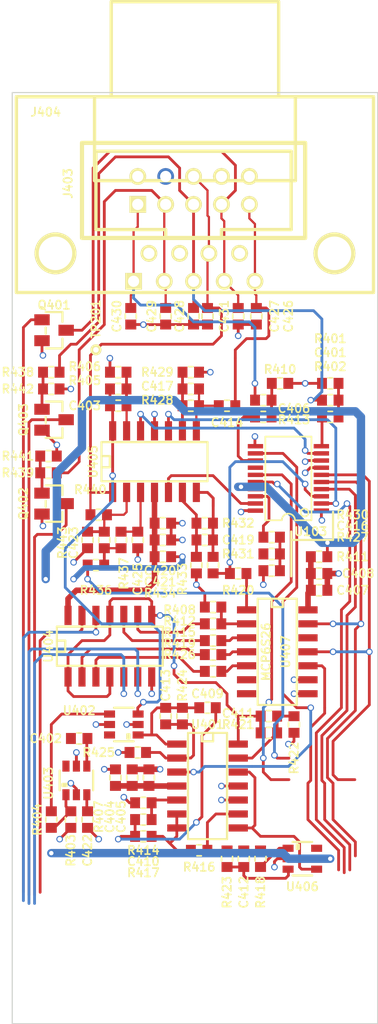
<source format=kicad_pcb>
(kicad_pcb (version 4) (host pcbnew 4.0.6)
  (layers (0 F.Cu signal) (1 In1.Cu power hide) (2 In2.Cu mixed hide) (31 B.Cu signal) (34 B.Paste user) (35 F.Paste user) (36 B.SilkS user) (37 F.SilkS user) (38 B.Mask user) (39 F.Mask user) (44 Edge.Cuts user))
  (net 0 "")
  (net 1 GND)
  (net 2 +5V)
  (net 3 "Net-(C401-Pad1)")
  (net 4 /CH2/RX_CTCSS)
  (net 5 "Net-(C402-Pad1)")
  (net 6 "Net-(C402-Pad2)")
  (net 7 "Net-(C403-Pad1)")
  (net 8 "Net-(C403-Pad2)")
  (net 9 /CH2/VDDA_1)
  (net 10 "Net-(C406-Pad1)")
  (net 11 /CH2/RX_AUDIO)
  (net 12 /CH2/VDDA_3)
  (net 13 "Net-(C409-Pad1)")
  (net 14 /CH2/CTCSS_FROM_RX_AUDIO)
  (net 15 "Net-(C410-Pad1)")
  (net 16 "Net-(C411-Pad1)")
  (net 17 "Net-(C411-Pad2)")
  (net 18 "Net-(C412-Pad1)")
  (net 19 "Net-(C412-Pad2)")
  (net 20 "Net-(C413-Pad2)")
  (net 21 /CH2/TX_AUDIO)
  (net 22 "Net-(C414-Pad2)")
  (net 23 "Net-(C416-Pad1)")
  (net 24 "Net-(C416-Pad2)")
  (net 25 "Net-(C417-Pad2)")
  (net 26 "Net-(C419-Pad1)")
  (net 27 "Net-(C419-Pad2)")
  (net 28 /CH2/VDDA_2)
  (net 29 /CH2/TONE_FROM_PI)
  (net 30 "Net-(C423-Pad1)")
  (net 31 "Net-(C423-Pad2)")
  (net 32 "Net-(C425-Pad1)")
  (net 33 /CH2/PTT)
  (net 34 /CH2/RX_COR)
  (net 35 /CH2/TX_CTCSS)
  (net 36 +2V5)
  (net 37 /LINK1_AUD)
  (net 38 /LINK2_AUD)
  (net 39 /COR2)
  (net 40 /~CTCSS2)
  (net 41 /PTT2D)
  (net 42 "Net-(Q402-Pad1)")
  (net 43 "Net-(Q403-Pad1)")
  (net 44 "Net-(R119-Pad1)")
  (net 45 MISO_5)
  (net 46 /CH2/LOCAL_LINK)
  (net 47 "Net-(R402-Pad1)")
  (net 48 /CH2/CTCSS_FROM_RADIO)
  (net 49 "Net-(R404-Pad2)")
  (net 50 "Net-(R408-Pad2)")
  (net 51 "Net-(R412-Pad2)")
  (net 52 "Net-(R413-Pad1)")
  (net 53 "Net-(R415-Pad2)")
  (net 54 "Net-(R416-Pad2)")
  (net 55 "Net-(R418-Pad1)")
  (net 56 "Net-(R419-Pad2)")
  (net 57 "Net-(R420-Pad1)")
  (net 58 "Net-(R420-Pad2)")
  (net 59 "Net-(R426-Pad2)")
  (net 60 /CH2/TONE_FROM_SOUNDCARD)
  (net 61 "Net-(R436-Pad2)")
  (net 62 /RX2_BUS3_EN)
  (net 63 /RX2_DEEMP_EN)
  (net 64 /RX2_DESC_EN)
  (net 65 /PORT2_DET_EN)
  (net 66 /RX2_BUS2_EN)
  (net 67 /RX2_BUS1_EN)
  (net 68 /RX2_LOCAL_EN)
  (net 69 "Net-(U103-Pad2)")
  (net 70 /~R47CS)
  (net 71 SCLK_5)
  (net 72 MOSI_5)
  (net 73 "Net-(U103-Pad9)")
  (net 74 "Net-(U103-Pad12)")
  (net 75 "Net-(U103-Pad19)")
  (net 76 /~PGA2_CS)
  (net 77 "Net-(U401-Pad12)")
  (module lib:smd0603 (layer F.Cu) (at 125.73 55.88)
    (fp_text reference C401 (at 0 -4.318) (layer F.SilkS) (effects (font (size 0.762 0.762) (thickness 0.1524))))
    (fp_text value 4.7u hide)
    (pad 1 smd rect (at 0.75184 0) (size 0.89916 1.00076) (layers F.Cu F.Paste F.Mask) (net 3 "Net-(C401-Pad1)"))
    (pad 2 smd rect (at -0.75184 0) (size 0.89916 1.00076) (layers F.Cu F.Paste F.Mask) (net 4 /CH2/RX_CTCSS))
  )
  (module lib:smd0603 (layer F.Cu) (at 102.87 86.614 180)
    (fp_text reference C402 (at 3.048 0 180) (layer F.SilkS) (effects (font (size 0.762 0.762) (thickness 0.1524))))
    (fp_text value 4.7u hide)
    (pad 1 smd rect (at 0.75184 0 180) (size 0.89916 1.00076) (layers F.Cu F.Paste F.Mask) (net 5 "Net-(C402-Pad1)"))
    (pad 2 smd rect (at -0.75184 0 180) (size 0.89916 1.00076) (layers F.Cu F.Paste F.Mask) (net 6 "Net-(C402-Pad2)"))
  )
  (module lib:smd0603 (layer F.Cu) (at 106.426 56.388 180)
    (fp_text reference C403 (at 3.048 0 180) (layer F.SilkS) (effects (font (size 0.762 0.762) (thickness 0.1524))))
    (fp_text value 33p hide)
    (pad 1 smd rect (at 0.75184 0 180) (size 0.89916 1.00076) (layers F.Cu F.Paste F.Mask) (net 7 "Net-(C403-Pad1)"))
    (pad 2 smd rect (at -0.75184 0 180) (size 0.89916 1.00076) (layers F.Cu F.Paste F.Mask) (net 8 "Net-(C403-Pad2)"))
  )
  (module lib:smd0603 (layer F.Cu) (at 107.696 90.17 270)
    (fp_text reference C404 (at 3.556 2.032 270) (layer F.SilkS) (effects (font (size 0.762 0.762) (thickness 0.1524))))
    (fp_text value 4.7u hide)
    (pad 1 smd rect (at 0.75184 0 270) (size 0.89916 1.00076) (layers F.Cu F.Paste F.Mask) (net 9 /CH2/VDDA_1))
    (pad 2 smd rect (at -0.75184 0 270) (size 0.89916 1.00076) (layers F.Cu F.Paste F.Mask) (net 1 GND))
  )
  (module lib:smd0603 (layer F.Cu) (at 109.22 90.17 270)
    (fp_text reference C405 (at 3.556 2.54 270) (layer F.SilkS) (effects (font (size 0.762 0.762) (thickness 0.1524))))
    (fp_text value 0.1u hide)
    (pad 1 smd rect (at 0.75184 0 270) (size 0.89916 1.00076) (layers F.Cu F.Paste F.Mask) (net 9 /CH2/VDDA_1))
    (pad 2 smd rect (at -0.75184 0 270) (size 0.89916 1.00076) (layers F.Cu F.Paste F.Mask) (net 1 GND))
  )
  (module lib:smd0603 (layer F.Cu) (at 119.634 55.88)
    (fp_text reference C406 (at 2.794 0.762) (layer F.SilkS) (effects (font (size 0.762 0.762) (thickness 0.1524))))
    (fp_text value 4.7u hide)
    (pad 1 smd rect (at 0.75184 0) (size 0.89916 1.00076) (layers F.Cu F.Paste F.Mask) (net 10 "Net-(C406-Pad1)"))
    (pad 2 smd rect (at -0.75184 0) (size 0.89916 1.00076) (layers F.Cu F.Paste F.Mask) (net 11 /CH2/RX_AUDIO))
  )
  (module lib:smd0603 (layer F.Cu) (at 124.714 73.152 180)
    (fp_text reference C407 (at -3.048 0 180) (layer F.SilkS) (effects (font (size 0.762 0.762) (thickness 0.1524))))
    (fp_text value 0.1u hide)
    (pad 1 smd rect (at 0.75184 0 180) (size 0.89916 1.00076) (layers F.Cu F.Paste F.Mask) (net 12 /CH2/VDDA_3))
    (pad 2 smd rect (at -0.75184 0 180) (size 0.89916 1.00076) (layers F.Cu F.Paste F.Mask) (net 1 GND))
  )
  (module lib:smd0603 (layer F.Cu) (at 124.714 71.628 180)
    (fp_text reference C408 (at -3.556 0 180) (layer F.SilkS) (effects (font (size 0.762 0.762) (thickness 0.1524))))
    (fp_text value 4.7u hide)
    (pad 1 smd rect (at 0.75184 0 180) (size 0.89916 1.00076) (layers F.Cu F.Paste F.Mask) (net 12 /CH2/VDDA_3))
    (pad 2 smd rect (at -0.75184 0 180) (size 0.89916 1.00076) (layers F.Cu F.Paste F.Mask) (net 1 GND))
  )
  (module lib:smd0603 (layer F.Cu) (at 114.554 83.82)
    (fp_text reference C409 (at 0 -1.27) (layer F.SilkS) (effects (font (size 0.762 0.762) (thickness 0.1524))))
    (fp_text value 0.027u hide)
    (pad 1 smd rect (at 0.75184 0) (size 0.89916 1.00076) (layers F.Cu F.Paste F.Mask) (net 13 "Net-(C409-Pad1)"))
    (pad 2 smd rect (at -0.75184 0) (size 0.89916 1.00076) (layers F.Cu F.Paste F.Mask) (net 14 /CH2/CTCSS_FROM_RX_AUDIO))
  )
  (module lib:smd0603 (layer F.Cu) (at 108.712 93.98)
    (fp_text reference C410 (at 0 3.81) (layer F.SilkS) (effects (font (size 0.762 0.762) (thickness 0.1524))))
    (fp_text value 0.027u hide)
    (pad 1 smd rect (at 0.75184 0) (size 0.89916 1.00076) (layers F.Cu F.Paste F.Mask) (net 15 "Net-(C410-Pad1)"))
    (pad 2 smd rect (at -0.75184 0) (size 0.89916 1.00076) (layers F.Cu F.Paste F.Mask) (net 13 "Net-(C409-Pad1)"))
  )
  (module lib:smd0603 (layer F.Cu) (at 120.142 84.582 180)
    (fp_text reference C411 (at 2.794 0.254 180) (layer F.SilkS) (effects (font (size 0.762 0.762) (thickness 0.1524))))
    (fp_text value 33p hide)
    (pad 1 smd rect (at 0.75184 0 180) (size 0.89916 1.00076) (layers F.Cu F.Paste F.Mask) (net 16 "Net-(C411-Pad1)"))
    (pad 2 smd rect (at -0.75184 0 180) (size 0.89916 1.00076) (layers F.Cu F.Paste F.Mask) (net 17 "Net-(C411-Pad2)"))
  )
  (module lib:smd0603 (layer F.Cu) (at 117.856 97.536 270)
    (fp_text reference C412 (at 3.048 0 270) (layer F.SilkS) (effects (font (size 0.762 0.762) (thickness 0.1524))))
    (fp_text value 0.0039u hide)
    (pad 1 smd rect (at 0.75184 0 270) (size 0.89916 1.00076) (layers F.Cu F.Paste F.Mask) (net 18 "Net-(C412-Pad1)"))
    (pad 2 smd rect (at -0.75184 0 270) (size 0.89916 1.00076) (layers F.Cu F.Paste F.Mask) (net 19 "Net-(C412-Pad2)"))
  )
  (module lib:smd0603 (layer F.Cu) (at 110.744 84.582 90)
    (fp_text reference C413 (at 2.794 0 90) (layer F.SilkS) (effects (font (size 0.762 0.762) (thickness 0.1524))))
    (fp_text value 33p hide)
    (pad 1 smd rect (at 0.75184 0 90) (size 0.89916 1.00076) (layers F.Cu F.Paste F.Mask) (net 14 /CH2/CTCSS_FROM_RX_AUDIO))
    (pad 2 smd rect (at -0.75184 0 90) (size 0.89916 1.00076) (layers F.Cu F.Paste F.Mask) (net 20 "Net-(C413-Pad2)"))
  )
  (module lib:smd0603 (layer F.Cu) (at 116.332 56.388)
    (fp_text reference C414 (at 0 1.524) (layer F.SilkS) (effects (font (size 0.762 0.762) (thickness 0.1524))))
    (fp_text value 10u hide)
    (pad 1 smd rect (at 0.75184 0) (size 0.89916 1.00076) (layers F.Cu F.Paste F.Mask) (net 21 /CH2/TX_AUDIO))
    (pad 2 smd rect (at -0.75184 0) (size 0.89916 1.00076) (layers F.Cu F.Paste F.Mask) (net 22 "Net-(C414-Pad2)"))
  )
  (module lib:smd0603 (layer F.Cu) (at 120.396 69.85)
    (fp_text reference C416 (at 7.366 -2.54) (layer F.SilkS) (effects (font (size 0.762 0.762) (thickness 0.1524))))
    (fp_text value 10u hide)
    (pad 1 smd rect (at 0.75184 0) (size 0.89916 1.00076) (layers F.Cu F.Paste F.Mask) (net 23 "Net-(C416-Pad1)"))
    (pad 2 smd rect (at -0.75184 0) (size 0.89916 1.00076) (layers F.Cu F.Paste F.Mask) (net 24 "Net-(C416-Pad2)"))
  )
  (module lib:smd0603 (layer F.Cu) (at 113.03 54.864)
    (fp_text reference C417 (at -3.048 -0.254) (layer F.SilkS) (effects (font (size 0.762 0.762) (thickness 0.1524))))
    (fp_text value 33p hide)
    (pad 1 smd rect (at 0.75184 0) (size 0.89916 1.00076) (layers F.Cu F.Paste F.Mask) (net 22 "Net-(C414-Pad2)"))
    (pad 2 smd rect (at -0.75184 0) (size 0.89916 1.00076) (layers F.Cu F.Paste F.Mask) (net 25 "Net-(C417-Pad2)"))
  )
  (module lib:smd0603 (layer F.Cu) (at 114.3 68.58)
    (fp_text reference C419 (at 3.048 0) (layer F.SilkS) (effects (font (size 0.762 0.762) (thickness 0.1524))))
    (fp_text value 33p hide)
    (pad 1 smd rect (at 0.75184 0) (size 0.89916 1.00076) (layers F.Cu F.Paste F.Mask) (net 26 "Net-(C419-Pad1)"))
    (pad 2 smd rect (at -0.75184 0) (size 0.89916 1.00076) (layers F.Cu F.Paste F.Mask) (net 27 "Net-(C419-Pad2)"))
  )
  (module lib:smd0603 (layer F.Cu) (at 110.49 67.056 180)
    (fp_text reference C420 (at 0.254 -4.318 180) (layer F.SilkS) (effects (font (size 0.762 0.762) (thickness 0.1524))))
    (fp_text value 0.1u hide)
    (pad 1 smd rect (at 0.75184 0 180) (size 0.89916 1.00076) (layers F.Cu F.Paste F.Mask) (net 28 /CH2/VDDA_2))
    (pad 2 smd rect (at -0.75184 0 180) (size 0.89916 1.00076) (layers F.Cu F.Paste F.Mask) (net 1 GND))
  )
  (module lib:smd0603 (layer F.Cu) (at 110.49 68.58 180)
    (fp_text reference C421 (at 0.254 -3.81 180) (layer F.SilkS) (effects (font (size 0.762 0.762) (thickness 0.1524))))
    (fp_text value 4.7u hide)
    (pad 1 smd rect (at 0.75184 0 180) (size 0.89916 1.00076) (layers F.Cu F.Paste F.Mask) (net 28 /CH2/VDDA_2))
    (pad 2 smd rect (at -0.75184 0 180) (size 0.89916 1.00076) (layers F.Cu F.Paste F.Mask) (net 1 GND))
  )
  (module lib:smd0603 (layer F.Cu) (at 103.632 93.98 90)
    (fp_text reference C422 (at -2.794 0 90) (layer F.SilkS) (effects (font (size 0.762 0.762) (thickness 0.1524))))
    (fp_text value 0.1u hide)
    (pad 1 smd rect (at 0.75184 0 90) (size 0.89916 1.00076) (layers F.Cu F.Paste F.Mask) (net 29 /CH2/TONE_FROM_PI))
    (pad 2 smd rect (at -0.75184 0 90) (size 0.89916 1.00076) (layers F.Cu F.Paste F.Mask) (net 1 GND))
  )
  (module lib:smd0603 (layer F.Cu) (at 105.156 68.58 270)
    (fp_text reference C423 (at 0.254 2.794 270) (layer F.SilkS) (effects (font (size 0.762 0.762) (thickness 0.1524))))
    (fp_text value 10u hide)
    (pad 1 smd rect (at 0.75184 0 270) (size 0.89916 1.00076) (layers F.Cu F.Paste F.Mask) (net 30 "Net-(C423-Pad1)"))
    (pad 2 smd rect (at -0.75184 0 270) (size 0.89916 1.00076) (layers F.Cu F.Paste F.Mask) (net 31 "Net-(C423-Pad2)"))
  )
  (module lib:smd0603 (layer F.Cu) (at 108.204 68.58 90)
    (fp_text reference C425 (at -3.556 0 90) (layer F.SilkS) (effects (font (size 0.762 0.762) (thickness 0.1524))))
    (fp_text value 4.7u hide)
    (pad 1 smd rect (at 0.75184 0 90) (size 0.89916 1.00076) (layers F.Cu F.Paste F.Mask) (net 32 "Net-(C425-Pad1)"))
    (pad 2 smd rect (at -0.75184 0 90) (size 0.89916 1.00076) (layers F.Cu F.Paste F.Mask) (net 1 GND))
  )
  (module lib:smd0603 (layer F.Cu) (at 118.999 48.26 90)
    (fp_text reference C426 (at 0 2.921 90) (layer F.SilkS) (effects (font (size 0.762 0.762) (thickness 0.1524))))
    (fp_text value 100p hide)
    (pad 1 smd rect (at 0.75184 0 90) (size 0.89916 1.00076) (layers F.Cu F.Paste F.Mask) (net 21 /CH2/TX_AUDIO))
    (pad 2 smd rect (at -0.75184 0 90) (size 0.89916 1.00076) (layers F.Cu F.Paste F.Mask) (net 1 GND))
  )
  (module lib:smd0603 (layer F.Cu) (at 117.348 48.26 90)
    (fp_text reference C427 (at 0 3.302 90) (layer F.SilkS) (effects (font (size 0.762 0.762) (thickness 0.1524))))
    (fp_text value 100p hide)
    (pad 1 smd rect (at 0.75184 0 90) (size 0.89916 1.00076) (layers F.Cu F.Paste F.Mask) (net 33 /CH2/PTT))
    (pad 2 smd rect (at -0.75184 0 90) (size 0.89916 1.00076) (layers F.Cu F.Paste F.Mask) (net 1 GND))
  )
  (module lib:smd0603 (layer F.Cu) (at 113.284 48.26 90)
    (fp_text reference C428 (at 0 -1.27 90) (layer F.SilkS) (effects (font (size 0.762 0.762) (thickness 0.1524))))
    (fp_text value 100p hide)
    (pad 1 smd rect (at 0.75184 0 90) (size 0.89916 1.00076) (layers F.Cu F.Paste F.Mask) (net 4 /CH2/RX_CTCSS))
    (pad 2 smd rect (at -0.75184 0 90) (size 0.89916 1.00076) (layers F.Cu F.Paste F.Mask) (net 1 GND))
  )
  (module lib:smd0603 (layer F.Cu) (at 110.744 48.26 90)
    (fp_text reference C429 (at 0 -1.27 90) (layer F.SilkS) (effects (font (size 0.762 0.762) (thickness 0.1524))))
    (fp_text value 100p hide)
    (pad 1 smd rect (at 0.75184 0 90) (size 0.89916 1.00076) (layers F.Cu F.Paste F.Mask) (net 34 /CH2/RX_COR))
    (pad 2 smd rect (at -0.75184 0 90) (size 0.89916 1.00076) (layers F.Cu F.Paste F.Mask) (net 1 GND))
  )
  (module lib:smd0603 (layer F.Cu) (at 107.569 48.26 90)
    (fp_text reference C430 (at 0 -1.27 90) (layer F.SilkS) (effects (font (size 0.762 0.762) (thickness 0.1524))))
    (fp_text value 100p hide)
    (pad 1 smd rect (at 0.75184 0 90) (size 0.89916 1.00076) (layers F.Cu F.Paste F.Mask) (net 11 /CH2/RX_AUDIO))
    (pad 2 smd rect (at -0.75184 0 90) (size 0.89916 1.00076) (layers F.Cu F.Paste F.Mask) (net 1 GND))
  )
  (module lib:smd0603 (layer F.Cu) (at 114.554 48.26 90)
    (fp_text reference C431 (at 0 1.524 90) (layer F.SilkS) (effects (font (size 0.762 0.762) (thickness 0.1524))))
    (fp_text value 100p hide)
    (pad 1 smd rect (at 0.75184 0 90) (size 0.89916 1.00076) (layers F.Cu F.Paste F.Mask) (net 35 /CH2/TX_CTCSS))
    (pad 2 smd rect (at -0.75184 0 90) (size 0.89916 1.00076) (layers F.Cu F.Paste F.Mask) (net 1 GND))
  )
  (module lib:RibbonHeader2x5 (layer F.Cu) (at 113.284 36.83)
    (fp_text reference J403 (at -11.43 -0.635 90) (layer F.SilkS) (effects (font (size 0.762 0.762) (thickness 0.1524))))
    (fp_text value "Radio Port" hide)
    (pad 1 thru_hole rect (at -5.08 1.27) (size 1.524 1.524) (drill 1.016) (layers *.Cu *.Mask F.SilkS) (net 11 /CH2/RX_AUDIO))
    (pad 2 thru_hole circle (at -5.08 -1.27) (size 1.524 1.524) (drill 1.016) (layers *.Cu *.Mask F.SilkS) (net 1 GND))
    (pad 3 thru_hole circle (at -2.54 1.27) (size 1.524 1.524) (drill 1.016) (layers *.Cu *.Mask F.SilkS) (net 34 /CH2/RX_COR))
    (pad 4 thru_hole circle (at -2.54 -1.27) (size 1.524 1.524) (drill 1.016) (layers *.Cu *.Mask) (net 1 GND))
    (pad 5 thru_hole circle (at 0 1.27) (size 1.524 1.524) (drill 1.016) (layers *.Cu *.Mask F.SilkS) (net 4 /CH2/RX_CTCSS))
    (pad 6 thru_hole circle (at 0 -1.27) (size 1.524 1.524) (drill 1.016) (layers *.Cu *.Mask F.SilkS) (net 35 /CH2/TX_CTCSS))
    (pad 7 thru_hole circle (at 2.54 1.27) (size 1.524 1.524) (drill 1.016) (layers *.Cu *.Mask F.SilkS) (net 33 /CH2/PTT))
    (pad 8 thru_hole circle (at 2.54 -1.27) (size 1.524 1.524) (drill 1.016) (layers *.Cu *.Mask F.SilkS) (net 1 GND))
    (pad 9 thru_hole circle (at 5.08 1.27) (size 1.524 1.524) (drill 1.016) (layers *.Cu *.Mask F.SilkS) (net 21 /CH2/TX_AUDIO))
    (pad 10 thru_hole circle (at 5.08 -1.27) (size 1.524 1.524) (drill 1.016) (layers *.Cu *.Mask F.SilkS))
  )
  (module lib:DB9FC (layer F.Cu) (at 113.284 43.815)
    (fp_text reference J404 (at -13.462 -14.097) (layer F.SilkS) (effects (font (size 0.762 0.762) (thickness 0.1524))))
    (fp_text value DB9_FEMALE hide)
    (pad "" thru_hole circle (at 12.827 -1.27) (size 3.81 3.81) (drill 3.048) (layers *.Cu *.Mask F.SilkS))
    (pad "" thru_hole circle (at -12.573 -1.27) (size 3.81 3.81) (drill 3.048) (layers *.Cu *.Mask F.SilkS))
    (pad 1 thru_hole rect (at -5.461 1.27) (size 1.524 1.524) (drill 1.016) (layers *.Cu *.Mask F.SilkS) (net 11 /CH2/RX_AUDIO))
    (pad 2 thru_hole circle (at -2.667 1.27) (size 1.524 1.524) (drill 1.016) (layers *.Cu *.Mask F.SilkS) (net 34 /CH2/RX_COR))
    (pad 3 thru_hole circle (at 0 1.27) (size 1.524 1.524) (drill 1.016) (layers *.Cu *.Mask F.SilkS) (net 4 /CH2/RX_CTCSS))
    (pad 4 thru_hole circle (at 2.794 1.27) (size 1.524 1.524) (drill 1.016) (layers *.Cu *.Mask F.SilkS) (net 33 /CH2/PTT))
    (pad 5 thru_hole circle (at 5.588 1.27) (size 1.524 1.524) (drill 1.016) (layers *.Cu *.Mask F.SilkS) (net 21 /CH2/TX_AUDIO))
    (pad 6 thru_hole circle (at -4.064 -1.27) (size 1.524 1.524) (drill 1.016) (layers *.Cu *.Mask F.SilkS) (net 1 GND))
    (pad 7 thru_hole circle (at -1.27 -1.27) (size 1.524 1.524) (drill 1.016) (layers *.Cu *.Mask F.SilkS) (net 1 GND))
    (pad 8 thru_hole circle (at 1.397 -1.27) (size 1.524 1.524) (drill 1.016) (layers *.Cu *.Mask F.SilkS) (net 35 /CH2/TX_CTCSS))
    (pad 9 thru_hole circle (at 4.191 -1.27) (size 1.524 1.524) (drill 1.016) (layers *.Cu *.Mask F.SilkS) (net 1 GND))
  )
  (module lib:SOT23 (layer F.Cu) (at 100.584 49.53 90)
    (fp_text reference Q401 (at 2.286 0 180) (layer F.SilkS) (effects (font (size 0.762 0.762) (thickness 0.1524))))
    (fp_text value 2N7000 hide)
    (pad 2 smd rect (at -0.94996 -1.09982 90) (size 1.00076 1.39954) (layers F.Cu F.Paste F.Mask) (net 1 GND))
    (pad 1 smd rect (at 0.94996 -1.09982 90) (size 1.00076 1.39954) (layers F.Cu F.Paste F.Mask) (net 41 /PTT2D))
    (pad 3 smd rect (at 0 1.09982 90) (size 1.00076 1.39954) (layers F.Cu F.Paste F.Mask) (net 33 /CH2/PTT))
  )
  (module lib:SOT23 (layer F.Cu) (at 100.584 65.278 90)
    (fp_text reference Q402 (at 0 -2.794 90) (layer F.SilkS) (effects (font (size 0.762 0.762) (thickness 0.1524))))
    (fp_text value 2N7000 hide)
    (pad 2 smd rect (at -0.94996 -1.09982 90) (size 1.00076 1.39954) (layers F.Cu F.Paste F.Mask) (net 1 GND))
    (pad 1 smd rect (at 0.94996 -1.09982 90) (size 1.00076 1.39954) (layers F.Cu F.Paste F.Mask) (net 42 "Net-(Q402-Pad1)"))
    (pad 3 smd rect (at 0 1.09982 90) (size 1.00076 1.39954) (layers F.Cu F.Paste F.Mask) (net 39 /COR2))
  )
  (module lib:SOT23 (layer F.Cu) (at 100.584 57.658 90)
    (fp_text reference Q403 (at 0 -2.794 90) (layer F.SilkS) (effects (font (size 0.762 0.762) (thickness 0.1524))))
    (fp_text value 2N7000 hide)
    (pad 2 smd rect (at -0.94996 -1.09982 90) (size 1.00076 1.39954) (layers F.Cu F.Paste F.Mask) (net 1 GND))
    (pad 1 smd rect (at 0.94996 -1.09982 90) (size 1.00076 1.39954) (layers F.Cu F.Paste F.Mask) (net 43 "Net-(Q403-Pad1)"))
    (pad 3 smd rect (at 0 1.09982 90) (size 1.00076 1.39954) (layers F.Cu F.Paste F.Mask) (net 40 /~CTCSS2))
  )
  (module lib:smd0603 (layer F.Cu) (at 125.73 54.356 180)
    (fp_text reference R401 (at 0 4.064 180) (layer F.SilkS) (effects (font (size 0.762 0.762) (thickness 0.1524))))
    (fp_text value 100k hide)
    (pad 1 smd rect (at 0.75184 0 180) (size 0.89916 1.00076) (layers F.Cu F.Paste F.Mask) (net 36 +2V5))
    (pad 2 smd rect (at -0.75184 0 180) (size 0.89916 1.00076) (layers F.Cu F.Paste F.Mask) (net 3 "Net-(C401-Pad1)"))
  )
  (module lib:smd0603 (layer F.Cu) (at 125.73 57.404 180)
    (fp_text reference R402 (at 0 4.572 180) (layer F.SilkS) (effects (font (size 0.762 0.762) (thickness 0.1524))))
    (fp_text value 1k hide)
    (pad 1 smd rect (at 0.75184 0 180) (size 0.89916 1.00076) (layers F.Cu F.Paste F.Mask) (net 47 "Net-(R402-Pad1)"))
    (pad 2 smd rect (at -0.75184 0 180) (size 0.89916 1.00076) (layers F.Cu F.Paste F.Mask) (net 3 "Net-(C401-Pad1)"))
  )
  (module lib:smd0603 (layer F.Cu) (at 102.108 93.98 270)
    (fp_text reference R403 (at 2.794 0 270) (layer F.SilkS) (effects (font (size 0.762 0.762) (thickness 0.1524))))
    (fp_text value 1k hide)
    (pad 1 smd rect (at 0.75184 0 270) (size 0.89916 1.00076) (layers F.Cu F.Paste F.Mask) (net 36 +2V5))
    (pad 2 smd rect (at -0.75184 0 270) (size 0.89916 1.00076) (layers F.Cu F.Paste F.Mask) (net 48 /CH2/CTCSS_FROM_RADIO))
  )
  (module lib:smd0603 (layer F.Cu) (at 100.33 93.98 270)
    (fp_text reference R404 (at 0 1.27 270) (layer F.SilkS) (effects (font (size 0.762 0.762) (thickness 0.1524))))
    (fp_text value 20k hide)
    (pad 1 smd rect (at 0.75184 0 270) (size 0.89916 1.00076) (layers F.Cu F.Paste F.Mask) (net 48 /CH2/CTCSS_FROM_RADIO))
    (pad 2 smd rect (at -0.75184 0 270) (size 0.89916 1.00076) (layers F.Cu F.Paste F.Mask) (net 49 "Net-(R404-Pad2)"))
  )
  (module lib:smd0603 (layer F.Cu) (at 106.426 54.864 180)
    (fp_text reference R405 (at 3.048 0.762 180) (layer F.SilkS) (effects (font (size 0.762 0.762) (thickness 0.1524))))
    (fp_text value 10k hide)
    (pad 1 smd rect (at 0.75184 0 180) (size 0.89916 1.00076) (layers F.Cu F.Paste F.Mask) (net 7 "Net-(C403-Pad1)"))
    (pad 2 smd rect (at -0.75184 0 180) (size 0.89916 1.00076) (layers F.Cu F.Paste F.Mask) (net 8 "Net-(C403-Pad2)"))
  )
  (module lib:smd0603 (layer F.Cu) (at 106.426 53.34 180)
    (fp_text reference R406 (at 3.048 0.508 180) (layer F.SilkS) (effects (font (size 0.762 0.762) (thickness 0.1524))))
    (fp_text value 10k hide)
    (pad 1 smd rect (at 0.75184 0 180) (size 0.89916 1.00076) (layers F.Cu F.Paste F.Mask) (net 36 +2V5))
    (pad 2 smd rect (at -0.75184 0 180) (size 0.89916 1.00076) (layers F.Cu F.Paste F.Mask) (net 8 "Net-(C403-Pad2)"))
  )
  (module lib:smd0603 (layer F.Cu) (at 106.172 90.17 270)
    (fp_text reference R407 (at 3.556 1.524 270) (layer F.SilkS) (effects (font (size 0.762 0.762) (thickness 0.1524))))
    (fp_text value 33 hide)
    (pad 1 smd rect (at 0.75184 0 270) (size 0.89916 1.00076) (layers F.Cu F.Paste F.Mask) (net 9 /CH2/VDDA_1))
    (pad 2 smd rect (at -0.75184 0 270) (size 0.89916 1.00076) (layers F.Cu F.Paste F.Mask) (net 2 +5V))
  )
  (module lib:smd0603 (layer F.Cu) (at 115.062 74.676 180)
    (fp_text reference R408 (at 3.048 -0.254 180) (layer F.SilkS) (effects (font (size 0.762 0.762) (thickness 0.1524))))
    (fp_text value 1k hide)
    (pad 1 smd rect (at 0.75184 0 180) (size 0.89916 1.00076) (layers F.Cu F.Paste F.Mask) (net 36 +2V5))
    (pad 2 smd rect (at -0.75184 0 180) (size 0.89916 1.00076) (layers F.Cu F.Paste F.Mask) (net 50 "Net-(R408-Pad2)"))
  )
  (module lib:smd0603 (layer F.Cu) (at 121.158 54.356)
    (fp_text reference R410 (at 0 -1.27) (layer F.SilkS) (effects (font (size 0.762 0.762) (thickness 0.1524))))
    (fp_text value 100k hide)
    (pad 1 smd rect (at 0.75184 0) (size 0.89916 1.00076) (layers F.Cu F.Paste F.Mask) (net 36 +2V5))
    (pad 2 smd rect (at -0.75184 0) (size 0.89916 1.00076) (layers F.Cu F.Paste F.Mask) (net 10 "Net-(C406-Pad1)"))
  )
  (module lib:smd0603 (layer F.Cu) (at 124.714 70.104 180)
    (fp_text reference R411 (at -3.048 0 180) (layer F.SilkS) (effects (font (size 0.762 0.762) (thickness 0.1524))))
    (fp_text value 33 hide)
    (pad 1 smd rect (at 0.75184 0 180) (size 0.89916 1.00076) (layers F.Cu F.Paste F.Mask) (net 12 /CH2/VDDA_3))
    (pad 2 smd rect (at -0.75184 0 180) (size 0.89916 1.00076) (layers F.Cu F.Paste F.Mask) (net 2 +5V))
  )
  (module lib:smd0603 (layer F.Cu) (at 115.062 76.2)
    (fp_text reference R412 (at -3.048 -0.254) (layer F.SilkS) (effects (font (size 0.762 0.762) (thickness 0.1524))))
    (fp_text value 2k hide)
    (pad 1 smd rect (at 0.75184 0) (size 0.89916 1.00076) (layers F.Cu F.Paste F.Mask) (net 50 "Net-(R408-Pad2)"))
    (pad 2 smd rect (at -0.75184 0) (size 0.89916 1.00076) (layers F.Cu F.Paste F.Mask) (net 51 "Net-(R412-Pad2)"))
  )
  (module lib:smd0603 (layer F.Cu) (at 119.634 57.404 180)
    (fp_text reference R413 (at -2.794 -0.254 180) (layer F.SilkS) (effects (font (size 0.762 0.762) (thickness 0.1524))))
    (fp_text value 1k hide)
    (pad 1 smd rect (at 0.75184 0 180) (size 0.89916 1.00076) (layers F.Cu F.Paste F.Mask) (net 52 "Net-(R413-Pad1)"))
    (pad 2 smd rect (at -0.75184 0 180) (size 0.89916 1.00076) (layers F.Cu F.Paste F.Mask) (net 10 "Net-(C406-Pad1)"))
  )
  (module lib:smd0603 (layer F.Cu) (at 108.712 92.456 180)
    (fp_text reference R414 (at 0 -4.318 180) (layer F.SilkS) (effects (font (size 0.762 0.762) (thickness 0.1524))))
    (fp_text value 13k7 hide)
    (pad 1 smd rect (at 0.75184 0 180) (size 0.89916 1.00076) (layers F.Cu F.Paste F.Mask) (net 36 +2V5))
    (pad 2 smd rect (at -0.75184 0 180) (size 0.89916 1.00076) (layers F.Cu F.Paste F.Mask) (net 15 "Net-(C410-Pad1)"))
  )
  (module lib:smd0603 (layer F.Cu) (at 115.062 77.724)
    (fp_text reference R415 (at -3.048 -0.762) (layer F.SilkS) (effects (font (size 0.762 0.762) (thickness 0.1524))))
    (fp_text value 2k hide)
    (pad 1 smd rect (at 0.75184 0) (size 0.89916 1.00076) (layers F.Cu F.Paste F.Mask) (net 46 /CH2/LOCAL_LINK))
    (pad 2 smd rect (at -0.75184 0) (size 0.89916 1.00076) (layers F.Cu F.Paste F.Mask) (net 53 "Net-(R415-Pad2)"))
  )
  (module lib:smd0603 (layer F.Cu) (at 113.792 96.774)
    (fp_text reference R416 (at 0 1.524) (layer F.SilkS) (effects (font (size 0.762 0.762) (thickness 0.1524))))
    (fp_text value 50k hide)
    (pad 1 smd rect (at 0.75184 0) (size 0.89916 1.00076) (layers F.Cu F.Paste F.Mask) (net 19 "Net-(C412-Pad2)"))
    (pad 2 smd rect (at -0.75184 0) (size 0.89916 1.00076) (layers F.Cu F.Paste F.Mask) (net 54 "Net-(R416-Pad2)"))
  )
  (module lib:smd0603 (layer F.Cu) (at 108.712 95.504 180)
    (fp_text reference R417 (at 0 -3.302 180) (layer F.SilkS) (effects (font (size 0.762 0.762) (thickness 0.1524))))
    (fp_text value 27k hide)
    (pad 1 smd rect (at 0.75184 0 180) (size 0.89916 1.00076) (layers F.Cu F.Paste F.Mask) (net 13 "Net-(C409-Pad1)"))
    (pad 2 smd rect (at -0.75184 0 180) (size 0.89916 1.00076) (layers F.Cu F.Paste F.Mask) (net 54 "Net-(R416-Pad2)"))
  )
  (module lib:smd0603 (layer F.Cu) (at 119.38 97.536 270)
    (fp_text reference R418 (at 3.048 0 270) (layer F.SilkS) (effects (font (size 0.762 0.762) (thickness 0.1524))))
    (fp_text value 50k hide)
    (pad 1 smd rect (at 0.75184 0 270) (size 0.89916 1.00076) (layers F.Cu F.Paste F.Mask) (net 55 "Net-(R418-Pad1)"))
    (pad 2 smd rect (at -0.75184 0 270) (size 0.89916 1.00076) (layers F.Cu F.Paste F.Mask) (net 19 "Net-(C412-Pad2)"))
  )
  (module lib:smd0603 (layer F.Cu) (at 115.062 78.994)
    (fp_text reference R419 (at -3.048 -1.016) (layer F.SilkS) (effects (font (size 0.762 0.762) (thickness 0.1524))))
    (fp_text value 2k hide)
    (pad 1 smd rect (at 0.75184 0) (size 0.89916 1.00076) (layers F.Cu F.Paste F.Mask) (net 37 /LINK1_AUD))
    (pad 2 smd rect (at -0.75184 0) (size 0.89916 1.00076) (layers F.Cu F.Paste F.Mask) (net 56 "Net-(R419-Pad2)"))
  )
  (module lib:smd0603 (layer F.Cu) (at 117.348 71.628 180)
    (fp_text reference R420 (at 0 -1.524 180) (layer F.SilkS) (effects (font (size 0.762 0.762) (thickness 0.1524))))
    (fp_text value 20k hide)
    (pad 1 smd rect (at 0.75184 0 180) (size 0.89916 1.00076) (layers F.Cu F.Paste F.Mask) (net 57 "Net-(R420-Pad1)"))
    (pad 2 smd rect (at -0.75184 0 180) (size 0.89916 1.00076) (layers F.Cu F.Paste F.Mask) (net 58 "Net-(R420-Pad2)"))
  )
  (module lib:smd0603 (layer F.Cu) (at 120.142 86.106 180)
    (fp_text reference R421 (at 2.794 0.762 180) (layer F.SilkS) (effects (font (size 0.762 0.762) (thickness 0.1524))))
    (fp_text value 10k hide)
    (pad 1 smd rect (at 0.75184 0 180) (size 0.89916 1.00076) (layers F.Cu F.Paste F.Mask) (net 16 "Net-(C411-Pad1)"))
    (pad 2 smd rect (at -0.75184 0 180) (size 0.89916 1.00076) (layers F.Cu F.Paste F.Mask) (net 17 "Net-(C411-Pad2)"))
  )
  (module lib:smd0603 (layer F.Cu) (at 122.428 85.344 270)
    (fp_text reference R422 (at 3.048 0 270) (layer F.SilkS) (effects (font (size 0.762 0.762) (thickness 0.1524))))
    (fp_text value 10k hide)
    (pad 1 smd rect (at 0.75184 0 270) (size 0.89916 1.00076) (layers F.Cu F.Paste F.Mask) (net 36 +2V5))
    (pad 2 smd rect (at -0.75184 0 270) (size 0.89916 1.00076) (layers F.Cu F.Paste F.Mask) (net 17 "Net-(C411-Pad2)"))
  )
  (module lib:smd0603 (layer F.Cu) (at 116.332 97.536 270)
    (fp_text reference R423 (at 3.048 0 270) (layer F.SilkS) (effects (font (size 0.762 0.762) (thickness 0.1524))))
    (fp_text value 200k hide)
    (pad 1 smd rect (at 0.75184 0 270) (size 0.89916 1.00076) (layers F.Cu F.Paste F.Mask) (net 18 "Net-(C412-Pad1)"))
    (pad 2 smd rect (at -0.75184 0 270) (size 0.89916 1.00076) (layers F.Cu F.Paste F.Mask) (net 19 "Net-(C412-Pad2)"))
  )
  (module lib:smd0603 (layer F.Cu) (at 112.268 84.582 90)
    (fp_text reference R424 (at 2.794 0 90) (layer F.SilkS) (effects (font (size 0.762 0.762) (thickness 0.1524))))
    (fp_text value 10k hide)
    (pad 1 smd rect (at 0.75184 0 90) (size 0.89916 1.00076) (layers F.Cu F.Paste F.Mask) (net 14 /CH2/CTCSS_FROM_RX_AUDIO))
    (pad 2 smd rect (at -0.75184 0 90) (size 0.89916 1.00076) (layers F.Cu F.Paste F.Mask) (net 20 "Net-(C413-Pad2)"))
  )
  (module lib:smd0603 (layer F.Cu) (at 108.204 87.884 180)
    (fp_text reference R425 (at 3.556 0 180) (layer F.SilkS) (effects (font (size 0.762 0.762) (thickness 0.1524))))
    (fp_text value 10k hide)
    (pad 1 smd rect (at 0.75184 0 180) (size 0.89916 1.00076) (layers F.Cu F.Paste F.Mask) (net 36 +2V5))
    (pad 2 smd rect (at -0.75184 0 180) (size 0.89916 1.00076) (layers F.Cu F.Paste F.Mask) (net 20 "Net-(C413-Pad2)"))
  )
  (module lib:smd0603 (layer F.Cu) (at 115.062 80.518)
    (fp_text reference R426 (at -3.048 -1.524) (layer F.SilkS) (effects (font (size 0.762 0.762) (thickness 0.1524))))
    (fp_text value 2k hide)
    (pad 1 smd rect (at 0.75184 0) (size 0.89916 1.00076) (layers F.Cu F.Paste F.Mask) (net 38 /LINK2_AUD))
    (pad 2 smd rect (at -0.75184 0) (size 0.89916 1.00076) (layers F.Cu F.Paste F.Mask) (net 59 "Net-(R426-Pad2)"))
  )
  (module lib:smd0603 (layer F.Cu) (at 120.396 71.374 180)
    (fp_text reference R427 (at -7.366 3.048 180) (layer F.SilkS) (effects (font (size 0.762 0.762) (thickness 0.1524))))
    (fp_text value 100k hide)
    (pad 1 smd rect (at 0.75184 0 180) (size 0.89916 1.00076) (layers F.Cu F.Paste F.Mask) (net 36 +2V5))
    (pad 2 smd rect (at -0.75184 0 180) (size 0.89916 1.00076) (layers F.Cu F.Paste F.Mask) (net 23 "Net-(C416-Pad1)"))
  )
  (module lib:smd0603 (layer F.Cu) (at 113.03 56.388)
    (fp_text reference R428 (at -3.048 -0.508) (layer F.SilkS) (effects (font (size 0.762 0.762) (thickness 0.1524))))
    (fp_text value 10k hide)
    (pad 1 smd rect (at 0.75184 0) (size 0.89916 1.00076) (layers F.Cu F.Paste F.Mask) (net 22 "Net-(C414-Pad2)"))
    (pad 2 smd rect (at -0.75184 0) (size 0.89916 1.00076) (layers F.Cu F.Paste F.Mask) (net 25 "Net-(C417-Pad2)"))
  )
  (module lib:smd0603 (layer F.Cu) (at 113.03 53.34)
    (fp_text reference R429 (at -3.048 0) (layer F.SilkS) (effects (font (size 0.762 0.762) (thickness 0.1524))))
    (fp_text value 10k hide)
    (pad 1 smd rect (at 0.75184 0) (size 0.89916 1.00076) (layers F.Cu F.Paste F.Mask) (net 36 +2V5))
    (pad 2 smd rect (at -0.75184 0) (size 0.89916 1.00076) (layers F.Cu F.Paste F.Mask) (net 25 "Net-(C417-Pad2)"))
  )
  (module lib:smd0603 (layer F.Cu) (at 120.396 68.326 180)
    (fp_text reference R430 (at -7.366 2.032 180) (layer F.SilkS) (effects (font (size 0.762 0.762) (thickness 0.1524))))
    (fp_text value 1k hide)
    (pad 1 smd rect (at 0.75184 0 180) (size 0.89916 1.00076) (layers F.Cu F.Paste F.Mask) (net 60 /CH2/TONE_FROM_SOUNDCARD))
    (pad 2 smd rect (at -0.75184 0 180) (size 0.89916 1.00076) (layers F.Cu F.Paste F.Mask) (net 23 "Net-(C416-Pad1)"))
  )
  (module lib:smd0603 (layer F.Cu) (at 115.062 70.866 270)
    (fp_text reference R431 (at -1.016 -2.286 360) (layer F.SilkS) (effects (font (size 0.762 0.762) (thickness 0.1524))))
    (fp_text value 20k hide)
    (pad 1 smd rect (at 0.75184 0 270) (size 0.89916 1.00076) (layers F.Cu F.Paste F.Mask) (net 57 "Net-(R420-Pad1)"))
    (pad 2 smd rect (at -0.75184 0 270) (size 0.89916 1.00076) (layers F.Cu F.Paste F.Mask) (net 26 "Net-(C419-Pad1)"))
  )
  (module lib:smd0603 (layer F.Cu) (at 114.3 67.056)
    (fp_text reference R432 (at 3.048 0) (layer F.SilkS) (effects (font (size 0.762 0.762) (thickness 0.1524))))
    (fp_text value 10k hide)
    (pad 1 smd rect (at 0.75184 0) (size 0.89916 1.00076) (layers F.Cu F.Paste F.Mask) (net 26 "Net-(C419-Pad1)"))
    (pad 2 smd rect (at -0.75184 0) (size 0.89916 1.00076) (layers F.Cu F.Paste F.Mask) (net 27 "Net-(C419-Pad2)"))
  )
  (module lib:smd0603 (layer F.Cu) (at 113.538 70.866 270)
    (fp_text reference R433 (at 1.27 1.27 270) (layer F.SilkS) (effects (font (size 0.762 0.762) (thickness 0.1524))))
    (fp_text value 10k hide)
    (pad 1 smd rect (at 0.75184 0 270) (size 0.89916 1.00076) (layers F.Cu F.Paste F.Mask) (net 36 +2V5))
    (pad 2 smd rect (at -0.75184 0 270) (size 0.89916 1.00076) (layers F.Cu F.Paste F.Mask) (net 27 "Net-(C419-Pad2)"))
  )
  (module lib:smd0603 (layer F.Cu) (at 110.49 70.104 180)
    (fp_text reference R434 (at 0.254 -3.302 180) (layer F.SilkS) (effects (font (size 0.762 0.762) (thickness 0.1524))))
    (fp_text value 33 hide)
    (pad 1 smd rect (at 0.75184 0 180) (size 0.89916 1.00076) (layers F.Cu F.Paste F.Mask) (net 28 /CH2/VDDA_2))
    (pad 2 smd rect (at -0.75184 0 180) (size 0.89916 1.00076) (layers F.Cu F.Paste F.Mask) (net 2 +5V))
  )
  (module lib:smd0603 (layer F.Cu) (at 104.394 70.866)
    (fp_text reference R436 (at 0 2.286) (layer F.SilkS) (effects (font (size 0.762 0.762) (thickness 0.1524))))
    (fp_text value 100k hide)
    (pad 1 smd rect (at 0.75184 0) (size 0.89916 1.00076) (layers F.Cu F.Paste F.Mask) (net 30 "Net-(C423-Pad1)"))
    (pad 2 smd rect (at -0.75184 0) (size 0.89916 1.00076) (layers F.Cu F.Paste F.Mask) (net 61 "Net-(R436-Pad2)"))
  )
  (module lib:smd0603 (layer F.Cu) (at 106.68 68.58 90)
    (fp_text reference R437 (at -3.048 0.254 90) (layer F.SilkS) (effects (font (size 0.762 0.762) (thickness 0.1524))))
    (fp_text value 100k hide)
    (pad 1 smd rect (at 0.75184 0 90) (size 0.89916 1.00076) (layers F.Cu F.Paste F.Mask) (net 32 "Net-(C425-Pad1)"))
    (pad 2 smd rect (at -0.75184 0 90) (size 0.89916 1.00076) (layers F.Cu F.Paste F.Mask) (net 30 "Net-(C423-Pad1)"))
  )
  (module lib:smd0603 (layer F.Cu) (at 100.33 53.34 180)
    (fp_text reference R438 (at 3.048 0 180) (layer F.SilkS) (effects (font (size 0.762 0.762) (thickness 0.1524))))
    (fp_text value 1k hide)
    (pad 1 smd rect (at 0.75184 0 180) (size 0.89916 1.00076) (layers F.Cu F.Paste F.Mask) (net 43 "Net-(Q403-Pad1)"))
    (pad 2 smd rect (at -0.75184 0 180) (size 0.89916 1.00076) (layers F.Cu F.Paste F.Mask) (net 4 /CH2/RX_CTCSS))
  )
  (module lib:smd0603 (layer F.Cu) (at 100.076 62.484)
    (fp_text reference R439 (at -2.794 0) (layer F.SilkS) (effects (font (size 0.762 0.762) (thickness 0.1524))))
    (fp_text value 1k hide)
    (pad 1 smd rect (at 0.75184 0) (size 0.89916 1.00076) (layers F.Cu F.Paste F.Mask) (net 34 /CH2/RX_COR))
    (pad 2 smd rect (at -0.75184 0) (size 0.89916 1.00076) (layers F.Cu F.Paste F.Mask) (net 42 "Net-(Q402-Pad1)"))
  )
  (module lib:smd0603 (layer F.Cu) (at 104.648 66.294 180)
    (fp_text reference R440 (at 0.762 2.286 180) (layer F.SilkS) (effects (font (size 0.762 0.762) (thickness 0.1524))))
    (fp_text value 100k hide)
    (pad 1 smd rect (at 0.75184 0 180) (size 0.89916 1.00076) (layers F.Cu F.Paste F.Mask) (net 35 /CH2/TX_CTCSS))
    (pad 2 smd rect (at -0.75184 0 180) (size 0.89916 1.00076) (layers F.Cu F.Paste F.Mask) (net 31 "Net-(C423-Pad2)"))
  )
  (module lib:smd0603 (layer F.Cu) (at 100.076 60.96 180)
    (fp_text reference R441 (at 2.794 0 180) (layer F.SilkS) (effects (font (size 0.762 0.762) (thickness 0.1524))))
    (fp_text value 20k hide)
    (pad 1 smd rect (at 0.75184 0 180) (size 0.89916 1.00076) (layers F.Cu F.Paste F.Mask) (net 42 "Net-(Q402-Pad1)"))
    (pad 2 smd rect (at -0.75184 0 180) (size 0.89916 1.00076) (layers F.Cu F.Paste F.Mask) (net 1 GND))
  )
  (module lib:smd0603 (layer F.Cu) (at 100.33 54.864 180)
    (fp_text reference R442 (at 3.048 0 180) (layer F.SilkS) (effects (font (size 0.762 0.762) (thickness 0.1524))))
    (fp_text value 20k hide)
    (pad 1 smd rect (at 0.75184 0 180) (size 0.89916 1.00076) (layers F.Cu F.Paste F.Mask) (net 43 "Net-(Q403-Pad1)"))
    (pad 2 smd rect (at -0.75184 0 180) (size 0.89916 1.00076) (layers F.Cu F.Paste F.Mask) (net 1 GND))
  )
  (module lib:smd0603 (layer F.Cu) (at 103.632 68.58 270)
    (fp_text reference R443 (at 0.254 2.286 270) (layer F.SilkS) (effects (font (size 0.762 0.762) (thickness 0.1524))))
    (fp_text value 20k hide)
    (pad 1 smd rect (at 0.75184 0 270) (size 0.89916 1.00076) (layers F.Cu F.Paste F.Mask) (net 36 +2V5))
    (pad 2 smd rect (at -0.75184 0 270) (size 0.89916 1.00076) (layers F.Cu F.Paste F.Mask) (net 31 "Net-(C423-Pad2)"))
  )
  (module lib:Wire_28AWG (layer F.Cu) (at 104.394 51.308)
    (fp_text reference TP201 (at 0 -2.794 90) (layer F.SilkS) (effects (font (size 0.762 0.762) (thickness 0.1524))))
    (fp_text value TESTPOINT hide)
    (pad 1 thru_hole circle (at 0 0) (size 1.00076 1.00076) (drill 0.50038) (layers *.Cu *.Mask F.SilkS) (net 35 /CH2/TX_CTCSS))
  )
  (module lib:SSOP-20 (layer F.Cu) (at 121.92 62.992 90)
    (fp_text reference U103 (at -4.826 2.032 180) (layer F.SilkS) (effects (font (size 0.762 0.762) (thickness 0.1524))))
    (fp_text value MCP4351 hide)
    (pad 1 smd rect (at -2.925 3 90) (size 0.4 1.4) (layers F.Cu F.Paste F.Mask) (net 36 +2V5))
    (pad 2 smd rect (at -2.275 3 90) (size 0.4 1.4) (layers F.Cu F.Paste F.Mask) (net 69 "Net-(U103-Pad2)"))
    (pad 3 smd rect (at -1.625 3 90) (size 0.4 1.4) (layers F.Cu F.Paste F.Mask) (net 57 "Net-(R420-Pad1)"))
    (pad 4 smd rect (at -0.975 3 90) (size 0.4 1.4) (layers F.Cu F.Paste F.Mask) (net 70 /~R47CS))
    (pad 5 smd rect (at -0.325 3 90) (size 0.4 1.4) (layers F.Cu F.Paste F.Mask) (net 71 SCLK_5))
    (pad 6 smd rect (at 0.325 3 90) (size 0.4 1.4) (layers F.Cu F.Paste F.Mask) (net 72 MOSI_5))
    (pad 7 smd rect (at 0.975 3 90) (size 0.4 1.4) (layers F.Cu F.Paste F.Mask) (net 1 GND))
    (pad 8 smd rect (at 1.625 3 90) (size 0.4 1.4) (layers F.Cu F.Paste F.Mask) (net 36 +2V5))
    (pad 9 smd rect (at 2.275 3 90) (size 0.4 1.4) (layers F.Cu F.Paste F.Mask) (net 73 "Net-(U103-Pad9)"))
    (pad 10 smd rect (at 2.925 3 90) (size 0.4 1.4) (layers F.Cu F.Paste F.Mask) (net 47 "Net-(R402-Pad1)"))
    (pad 11 smd rect (at 2.925 -3 90) (size 0.4 1.4) (layers F.Cu F.Paste F.Mask) (net 36 +2V5))
    (pad 12 smd rect (at 2.275 -3 90) (size 0.4 1.4) (layers F.Cu F.Paste F.Mask) (net 74 "Net-(U103-Pad12)"))
    (pad 13 smd rect (at 1.625 -3 90) (size 0.4 1.4) (layers F.Cu F.Paste F.Mask) (net 52 "Net-(R413-Pad1)"))
    (pad 14 smd rect (at 0.975 -3 90) (size 0.4 1.4) (layers F.Cu F.Paste F.Mask))
    (pad 15 smd rect (at 0.325 -3 90) (size 0.4 1.4) (layers F.Cu F.Paste F.Mask) (net 44 "Net-(R119-Pad1)"))
    (pad 16 smd rect (at -0.325 -3 90) (size 0.4 1.4) (layers F.Cu F.Paste F.Mask) (net 45 MISO_5))
    (pad 17 smd rect (at -0.975 -3 90) (size 0.4 1.4) (layers F.Cu F.Paste F.Mask) (net 2 +5V))
    (pad 18 smd rect (at -1.625 -3 90) (size 0.4 1.4) (layers F.Cu F.Paste F.Mask) (net 60 /CH2/TONE_FROM_SOUNDCARD))
    (pad 19 smd rect (at -2.275 -3 90) (size 0.4 1.4) (layers F.Cu F.Paste F.Mask) (net 75 "Net-(U103-Pad19)"))
    (pad 20 smd rect (at -2.925 -3 90) (size 0.4 1.4) (layers F.Cu F.Paste F.Mask) (net 36 +2V5))
  )
  (module lib:SOIC14 (layer F.Cu) (at 114.554 90.932 270)
    (fp_text reference U401 (at -5.588 0 360) (layer F.SilkS) (effects (font (size 0.762 0.762) (thickness 0.1524))))
    (fp_text value MCP6004N hide)
    (pad 1 smd rect (at -3.81 2.794 270) (size 0.65024 1.75006) (layers F.Cu F.Paste F.Mask) (net 14 /CH2/CTCSS_FROM_RX_AUDIO))
    (pad 2 smd rect (at -2.54 2.794 270) (size 0.65024 1.75006) (layers F.Cu F.Paste F.Mask) (net 20 "Net-(C413-Pad2)"))
    (pad 3 smd rect (at -1.27 2.794 270) (size 0.65024 1.75006) (layers F.Cu F.Paste F.Mask) (net 74 "Net-(U103-Pad12)"))
    (pad 4 smd rect (at 0 2.794 270) (size 0.65024 1.75006) (layers F.Cu F.Paste F.Mask) (net 9 /CH2/VDDA_1))
    (pad 5 smd rect (at 1.27 2.794 270) (size 0.65024 1.75006) (layers F.Cu F.Paste F.Mask) (net 15 "Net-(C410-Pad1)"))
    (pad 6 smd rect (at 2.54 2.794 270) (size 0.65024 1.75006) (layers F.Cu F.Paste F.Mask) (net 54 "Net-(R416-Pad2)"))
    (pad 7 smd rect (at 3.81 2.794 270) (size 0.65024 1.75006) (layers F.Cu F.Paste F.Mask) (net 54 "Net-(R416-Pad2)"))
    (pad 8 smd rect (at 3.81 -2.79908 270) (size 0.65024 1.75006) (layers F.Cu F.Paste F.Mask) (net 77 "Net-(U401-Pad12)"))
    (pad 9 smd rect (at 2.54 -2.79908 270) (size 0.65024 1.75006) (layers F.Cu F.Paste F.Mask) (net 19 "Net-(C412-Pad2)"))
    (pad 10 smd rect (at 1.27 -2.79908 270) (size 0.65024 1.75006) (layers F.Cu F.Paste F.Mask) (net 36 +2V5))
    (pad 11 smd rect (at 0 -2.79908 270) (size 0.65024 1.75006) (layers F.Cu F.Paste F.Mask) (net 1 GND))
    (pad 12 smd rect (at -1.27 -2.79908 270) (size 0.65024 1.75006) (layers F.Cu F.Paste F.Mask) (net 77 "Net-(U401-Pad12)"))
    (pad 13 smd rect (at -2.54 -2.79908 270) (size 0.65024 1.75006) (layers F.Cu F.Paste F.Mask) (net 17 "Net-(C411-Pad2)"))
    (pad 14 smd rect (at -3.81 -2.79908 270) (size 0.65024 1.75006) (layers F.Cu F.Paste F.Mask) (net 16 "Net-(C411-Pad1)"))
  )
  (module lib:SOT23-6 (layer F.Cu) (at 106.934 85.344 90)
    (fp_text reference U402 (at 1.27 -4.064 180) (layer F.SilkS) (effects (font (size 0.762 0.762) (thickness 0.1524))))
    (fp_text value 74LVC1G3157 hide)
    (pad 1 smd rect (at -0.94996 1.30048 90) (size 0.65 1.00076) (layers F.Cu F.Paste F.Mask) (net 14 /CH2/CTCSS_FROM_RX_AUDIO))
    (pad 3 smd rect (at 0.94996 1.30048 90) (size 0.65 1.00076) (layers F.Cu F.Paste F.Mask) (net 7 "Net-(C403-Pad1)"))
    (pad 5 smd rect (at 0 -1.30048 90) (size 0.65 1.00076) (layers F.Cu F.Paste F.Mask) (net 2 +5V))
    (pad 2 smd rect (at 0 1.30048 90) (size 0.65 1.00076) (layers F.Cu F.Paste F.Mask) (net 1 GND))
    (pad 4 smd rect (at 0.94996 -1.30048 90) (size 0.65 1.00076) (layers F.Cu F.Paste F.Mask) (net 49 "Net-(R404-Pad2)"))
    (pad 6 smd rect (at -0.94996 -1.30048 90) (size 0.65 1.00076) (layers F.Cu F.Paste F.Mask) (net 64 /RX2_DESC_EN))
  )
  (module lib:SOT23-6 (layer F.Cu) (at 102.616 90.424)
    (fp_text reference U403 (at -2.54 0.254 90) (layer F.SilkS) (effects (font (size 0.762 0.762) (thickness 0.1524))))
    (fp_text value 74LVC1G3157 hide)
    (pad 1 smd rect (at -0.94996 1.30048) (size 0.65 1.00076) (layers F.Cu F.Paste F.Mask) (net 48 /CH2/CTCSS_FROM_RADIO))
    (pad 3 smd rect (at 0.94996 1.30048) (size 0.65 1.00076) (layers F.Cu F.Paste F.Mask) (net 29 /CH2/TONE_FROM_PI))
    (pad 5 smd rect (at 0 -1.30048) (size 0.65 1.00076) (layers F.Cu F.Paste F.Mask) (net 2 +5V))
    (pad 2 smd rect (at 0 1.30048) (size 0.65 1.00076) (layers F.Cu F.Paste F.Mask) (net 1 GND))
    (pad 4 smd rect (at 0.94996 -1.30048) (size 0.65 1.00076) (layers F.Cu F.Paste F.Mask) (net 6 "Net-(C402-Pad2)"))
    (pad 6 smd rect (at -0.94996 -1.30048) (size 0.65 1.00076) (layers F.Cu F.Paste F.Mask) (net 65 /PORT2_DET_EN))
  )
  (module lib:SOIC14 (layer F.Cu) (at 105.664 78.232)
    (fp_text reference U404 (at -5.588 0 90) (layer F.SilkS) (effects (font (size 0.762 0.762) (thickness 0.1524))))
    (fp_text value 74LVC4066 hide)
    (pad 1 smd rect (at -3.81 2.794) (size 0.65024 1.75006) (layers F.Cu F.Paste F.Mask) (net 16 "Net-(C411-Pad1)"))
    (pad 2 smd rect (at -2.54 2.794) (size 0.65024 1.75006) (layers F.Cu F.Paste F.Mask) (net 56 "Net-(R419-Pad2)"))
    (pad 3 smd rect (at -1.27 2.794) (size 0.65024 1.75006) (layers F.Cu F.Paste F.Mask) (net 59 "Net-(R426-Pad2)"))
    (pad 4 smd rect (at 0 2.794) (size 0.65024 1.75006) (layers F.Cu F.Paste F.Mask) (net 16 "Net-(C411-Pad1)"))
    (pad 5 smd rect (at 1.27 2.794) (size 0.65024 1.75006) (layers F.Cu F.Paste F.Mask) (net 62 /RX2_BUS3_EN))
    (pad 6 smd rect (at 2.54 2.794) (size 0.65024 1.75006) (layers F.Cu F.Paste F.Mask) (net 68 /RX2_LOCAL_EN))
    (pad 7 smd rect (at 3.81 2.794) (size 0.65024 1.75006) (layers F.Cu F.Paste F.Mask) (net 1 GND))
    (pad 8 smd rect (at 3.81 -2.79908) (size 0.65024 1.75006) (layers F.Cu F.Paste F.Mask) (net 16 "Net-(C411-Pad1)"))
    (pad 9 smd rect (at 2.54 -2.79908) (size 0.65024 1.75006) (layers F.Cu F.Paste F.Mask) (net 51 "Net-(R412-Pad2)"))
    (pad 10 smd rect (at 1.27 -2.79908) (size 0.65024 1.75006) (layers F.Cu F.Paste F.Mask) (net 53 "Net-(R415-Pad2)"))
    (pad 11 smd rect (at 0 -2.79908) (size 0.65024 1.75006) (layers F.Cu F.Paste F.Mask) (net 16 "Net-(C411-Pad1)"))
    (pad 12 smd rect (at -1.27 -2.79908) (size 0.65024 1.75006) (layers F.Cu F.Paste F.Mask) (net 67 /RX2_BUS1_EN))
    (pad 13 smd rect (at -2.54 -2.79908) (size 0.65024 1.75006) (layers F.Cu F.Paste F.Mask) (net 66 /RX2_BUS2_EN))
    (pad 14 smd rect (at -3.81 -2.79908) (size 0.65024 1.75006) (layers F.Cu F.Paste F.Mask) (net 28 /CH2/VDDA_2))
  )
  (module lib:SOIC14 (layer F.Cu) (at 109.728 61.468)
    (fp_text reference U405 (at -5.588 0 90) (layer F.SilkS) (effects (font (size 0.762 0.762) (thickness 0.1524))))
    (fp_text value MCP6004N hide)
    (pad 1 smd rect (at -3.81 2.794) (size 0.65024 1.75006) (layers F.Cu F.Paste F.Mask) (net 35 /CH2/TX_CTCSS))
    (pad 2 smd rect (at -2.54 2.794) (size 0.65024 1.75006) (layers F.Cu F.Paste F.Mask) (net 31 "Net-(C423-Pad2)"))
    (pad 3 smd rect (at -1.27 2.794) (size 0.65024 1.75006) (layers F.Cu F.Paste F.Mask) (net 32 "Net-(C425-Pad1)"))
    (pad 4 smd rect (at 0 2.794) (size 0.65024 1.75006) (layers F.Cu F.Paste F.Mask) (net 28 /CH2/VDDA_2))
    (pad 5 smd rect (at 1.27 2.794) (size 0.65024 1.75006) (layers F.Cu F.Paste F.Mask) (net 75 "Net-(U103-Pad19)"))
    (pad 6 smd rect (at 2.54 2.794) (size 0.65024 1.75006) (layers F.Cu F.Paste F.Mask) (net 27 "Net-(C419-Pad2)"))
    (pad 7 smd rect (at 3.81 2.794) (size 0.65024 1.75006) (layers F.Cu F.Paste F.Mask) (net 26 "Net-(C419-Pad1)"))
    (pad 8 smd rect (at 3.81 -2.79908) (size 0.65024 1.75006) (layers F.Cu F.Paste F.Mask) (net 22 "Net-(C414-Pad2)"))
    (pad 9 smd rect (at 2.54 -2.79908) (size 0.65024 1.75006) (layers F.Cu F.Paste F.Mask) (net 25 "Net-(C417-Pad2)"))
    (pad 10 smd rect (at 1.27 -2.79908) (size 0.65024 1.75006) (layers F.Cu F.Paste F.Mask) (net 69 "Net-(U103-Pad2)"))
    (pad 11 smd rect (at 0 -2.79908) (size 0.65024 1.75006) (layers F.Cu F.Paste F.Mask) (net 1 GND))
    (pad 12 smd rect (at -1.27 -2.79908) (size 0.65024 1.75006) (layers F.Cu F.Paste F.Mask) (net 73 "Net-(U103-Pad9)"))
    (pad 13 smd rect (at -2.54 -2.79908) (size 0.65024 1.75006) (layers F.Cu F.Paste F.Mask) (net 8 "Net-(C403-Pad2)"))
    (pad 14 smd rect (at -3.81 -2.79908) (size 0.65024 1.75006) (layers F.Cu F.Paste F.Mask) (net 7 "Net-(C403-Pad1)"))
  )
  (module lib:SOT23-6 (layer F.Cu) (at 123.19 97.536 270)
    (fp_text reference U406 (at 2.54 0 360) (layer F.SilkS) (effects (font (size 0.762 0.762) (thickness 0.1524))))
    (fp_text value 74LVC1G3157 hide)
    (pad 1 smd rect (at -0.94996 1.30048 270) (size 0.65 1.00076) (layers F.Cu F.Paste F.Mask) (net 55 "Net-(R418-Pad1)"))
    (pad 3 smd rect (at 0.94996 1.30048 270) (size 0.65 1.00076) (layers F.Cu F.Paste F.Mask) (net 18 "Net-(C412-Pad1)"))
    (pad 5 smd rect (at 0 -1.30048 270) (size 0.65 1.00076) (layers F.Cu F.Paste F.Mask) (net 2 +5V))
    (pad 2 smd rect (at 0 1.30048 270) (size 0.65 1.00076) (layers F.Cu F.Paste F.Mask) (net 1 GND))
    (pad 4 smd rect (at 0.94996 -1.30048 270) (size 0.65 1.00076) (layers F.Cu F.Paste F.Mask) (net 77 "Net-(U401-Pad12)"))
    (pad 6 smd rect (at -0.94996 -1.30048 270) (size 0.65 1.00076) (layers F.Cu F.Paste F.Mask) (net 63 /RX2_DEEMP_EN))
  )
  (module lib:SOIC14 (layer F.Cu) (at 120.904 78.74 270)
    (fp_text reference U407 (at 0 -0.762 270) (layer F.SilkS) (effects (font (size 0.762 0.762) (thickness 0.1524))))
    (fp_text value MCP6S26 (at 0 1.016 270) (layer F.SilkS) (effects (font (size 0.762 0.762) (thickness 0.1524))))
    (pad 1 smd rect (at -3.81 2.794 270) (size 0.65024 1.75006) (layers F.Cu F.Paste F.Mask) (net 58 "Net-(R420-Pad2)"))
    (pad 2 smd rect (at -2.54 2.794 270) (size 0.65024 1.75006) (layers F.Cu F.Paste F.Mask) (net 50 "Net-(R408-Pad2)"))
    (pad 3 smd rect (at -1.27 2.794 270) (size 0.65024 1.75006) (layers F.Cu F.Paste F.Mask) (net 46 /CH2/LOCAL_LINK))
    (pad 4 smd rect (at 0 2.794 270) (size 0.65024 1.75006) (layers F.Cu F.Paste F.Mask) (net 37 /LINK1_AUD))
    (pad 5 smd rect (at 1.27 2.794 270) (size 0.65024 1.75006) (layers F.Cu F.Paste F.Mask) (net 38 /LINK2_AUD))
    (pad 6 smd rect (at 2.54 2.794 270) (size 0.65024 1.75006) (layers F.Cu F.Paste F.Mask))
    (pad 7 smd rect (at 3.81 2.794 270) (size 0.65024 1.75006) (layers F.Cu F.Paste F.Mask))
    (pad 8 smd rect (at 3.81 -2.79908 270) (size 0.65024 1.75006) (layers F.Cu F.Paste F.Mask) (net 36 +2V5))
    (pad 9 smd rect (at 2.54 -2.79908 270) (size 0.65024 1.75006) (layers F.Cu F.Paste F.Mask) (net 1 GND))
    (pad 10 smd rect (at 1.27 -2.79908 270) (size 0.65024 1.75006) (layers F.Cu F.Paste F.Mask) (net 76 /~PGA2_CS))
    (pad 11 smd rect (at 0 -2.79908 270) (size 0.65024 1.75006) (layers F.Cu F.Paste F.Mask) (net 72 MOSI_5))
    (pad 12 smd rect (at -1.27 -2.79908 270) (size 0.65024 1.75006) (layers F.Cu F.Paste F.Mask))
    (pad 13 smd rect (at -2.54 -2.79908 270) (size 0.65024 1.75006) (layers F.Cu F.Paste F.Mask) (net 71 SCLK_5))
    (pad 14 smd rect (at -3.81 -2.79908 270) (size 0.65024 1.75006) (layers F.Cu F.Paste F.Mask) (net 12 /CH2/VDDA_3))
  )
  (gr_line (start 125.73 68.58) (end 122.174 68.58) (angle 90) (layer F.SilkS) (width 0.2))
  (gr_line (start 122.174 67.818) (end 122.174 71.882) (angle 90) (layer F.SilkS) (width 0.2))
  (gr_line (start 125.984 68.58) (end 125.73 68.58) (angle 90) (layer F.SilkS) (width 0.2))
  (gr_line (start 125.984 66.04) (end 125.984 68.58) (angle 90) (layer F.SilkS) (width 0.2))
  (gr_line (start 130.048 112.522) (end 96.774 112.522) (angle 90) (layer Edge.Cuts) (width 0.1))
  (gr_line (start 130.048 112.522) (end 130.048 27.94) (angle 90) (layer Edge.Cuts) (width 0.1))
  (gr_line (start 96.774 27.94) (end 96.774 112.522) (angle 90) (layer Edge.Cuts) (width 0.1))
  (gr_line (start 130.048 27.94) (end 96.774 27.94) (angle 90) (layer Edge.Cuts) (width 0.1))
  (segment (start 121.88952 97.536) (end 120.904 97.536) (width 0.254) (layer F.Cu) (net 1))
  (via (at 120.65 98.298) (size 0.6) (drill 0.4) (layers F.Cu B.Cu) (net 1))
  (segment (start 120.65 97.79) (end 120.65 98.298) (width 0.254) (layer F.Cu) (net 1))
  (segment (start 120.904 97.536) (end 120.65 97.79) (width 0.254) (layer F.Cu) (net 1))
  (segment (start 107.696 89.41816) (end 109.22 89.41816) (width 0.508) (layer F.Cu) (net 1))
  (segment (start 109.22 89.41816) (end 109.23016 89.408) (width 0.508) (layer F.Cu) (net 1))
  (segment (start 109.23016 89.408) (end 110.236 89.408) (width 0.508) (layer F.Cu) (net 1))
  (via (at 110.236 89.408) (size 0.6) (drill 0.4) (layers F.Cu B.Cu) (net 1))
  (segment (start 102.616 91.72448) (end 102.616 91.186) (width 0.254) (layer F.Cu) (net 1))
  (via (at 102.108 90.678) (size 0.6) (drill 0.4) (layers F.Cu B.Cu) (net 1))
  (segment (start 102.616 91.186) (end 102.108 90.678) (width 0.254) (layer F.Cu) (net 1))
  (segment (start 103.632 94.73184) (end 103.632 94.742) (width 0.254) (layer F.Cu) (net 1))
  (segment (start 103.632 94.742) (end 104.648 95.758) (width 0.254) (layer F.Cu) (net 1))
  (via (at 104.648 95.758) (size 0.6) (drill 0.4) (layers F.Cu B.Cu) (net 1))
  (segment (start 117.35308 90.932) (end 115.824 90.932) (width 0.254) (layer F.Cu) (net 1))
  (via (at 115.824 90.932) (size 0.6) (drill 0.4) (layers F.Cu B.Cu) (net 1))
  (segment (start 109.474 81.026) (end 109.474 82.55) (width 0.254) (layer F.Cu) (net 1))
  (via (at 109.474 82.55) (size 0.6) (drill 0.4) (layers F.Cu B.Cu) (net 1))
  (segment (start 108.23448 85.344) (end 107.188 85.344) (width 0.254) (layer F.Cu) (net 1))
  (via (at 107.188 85.344) (size 0.6) (drill 0.4) (layers F.Cu B.Cu) (net 1))
  (segment (start 123.70308 81.28) (end 122.428 81.28) (width 0.254) (layer F.Cu) (net 1))
  (via (at 122.428 81.28) (size 0.6) (drill 0.4) (layers F.Cu B.Cu) (net 1))
  (segment (start 125.46584 73.152) (end 125.46584 71.628) (width 0.508) (layer F.Cu) (net 1))
  (segment (start 125.46584 71.628) (end 126.492 71.628) (width 0.508) (layer F.Cu) (net 1))
  (via (at 126.492 71.628) (size 0.6) (drill 0.4) (layers F.Cu B.Cu) (net 1))
  (segment (start 124.92 62.017) (end 123.911 62.017) (width 0.254) (layer F.Cu) (net 1))
  (via (at 123.444 62.484) (size 0.6) (drill 0.4) (layers F.Cu B.Cu) (net 1))
  (segment (start 123.911 62.017) (end 123.444 62.484) (width 0.254) (layer F.Cu) (net 1))
  (segment (start 111.24184 67.056) (end 112.268 67.056) (width 0.254) (layer F.Cu) (net 1))
  (via (at 112.268 67.056) (size 0.6) (drill 0.4) (layers F.Cu B.Cu) (net 1))
  (via (at 109.728 57.15) (size 0.6) (drill 0.4) (layers F.Cu B.Cu) (net 1))
  (segment (start 109.728 57.15) (end 109.728 58.66892) (width 0.254) (layer F.Cu) (net 1))
  (segment (start 108.204 69.33184) (end 108.204 70.358) (width 0.254) (layer F.Cu) (net 1))
  (via (at 108.204 70.358) (size 0.6) (drill 0.4) (layers F.Cu B.Cu) (net 1))
  (segment (start 111.24184 67.056) (end 111.24184 68.58) (width 0.254) (layer F.Cu) (net 1))
  (segment (start 111.24184 68.58) (end 112.268 68.58) (width 0.254) (layer F.Cu) (net 1))
  (via (at 112.268 68.58) (size 0.6) (drill 0.4) (layers F.Cu B.Cu) (net 1))
  (via (at 99.568 67.31) (size 0.6) (drill 0.4) (layers F.Cu B.Cu) (net 1))
  (segment (start 99.48418 67.13982) (end 99.48418 66.22796) (width 0.254) (layer F.Cu) (net 1))
  (segment (start 99.48418 58.60796) (end 99.50196 58.60796) (width 0.254) (layer F.Cu) (net 1))
  (segment (start 99.50196 58.60796) (end 100.838 59.944) (width 0.254) (layer F.Cu) (net 1))
  (segment (start 100.82784 60.96) (end 100.82784 59.95416) (width 0.254) (layer F.Cu) (net 1))
  (via (at 100.838 59.944) (size 0.6) (drill 0.4) (layers F.Cu B.Cu) (net 1))
  (segment (start 100.82784 59.95416) (end 100.838 59.944) (width 0.254) (layer F.Cu) (net 1))
  (segment (start 101.08184 54.864) (end 102.108 54.864) (width 0.254) (layer F.Cu) (net 1))
  (via (at 102.108 54.864) (size 0.6) (drill 0.4) (layers F.Cu B.Cu) (net 1))
  (via (at 99.568 51.816) (size 0.6) (drill 0.4) (layers F.Cu B.Cu) (net 1))
  (segment (start 99.48418 50.47996) (end 99.48418 51.73218) (width 0.254) (layer F.Cu) (net 1))
  (segment (start 99.48418 51.73218) (end 99.568 51.816) (width 0.254) (layer F.Cu) (net 1))
  (segment (start 118.999 49.01184) (end 117.348 49.01184) (width 0.254) (layer F.Cu) (net 1))
  (segment (start 117.348 49.01184) (end 117.348 50.038) (width 0.254) (layer F.Cu) (net 1))
  (via (at 117.348 50.038) (size 0.6) (drill 0.4) (layers F.Cu B.Cu) (net 1))
  (segment (start 110.73384 49.022) (end 108.712 49.022) (width 0.254) (layer F.Cu) (net 1))
  (segment (start 108.70184 49.01184) (end 108.712 49.022) (width 0.254) (layer F.Cu) (net 1))
  (via (at 108.712 49.022) (size 0.6) (drill 0.4) (layers F.Cu B.Cu) (net 1))
  (segment (start 108.70184 49.01184) (end 107.569 49.01184) (width 0.254) (layer F.Cu) (net 1))
  (segment (start 110.73384 49.022) (end 110.744 49.01184) (width 0.254) (layer F.Cu) (net 1))
  (segment (start 110.744 49.01184) (end 113.284 49.01184) (width 0.254) (layer F.Cu) (net 1))
  (segment (start 113.284 49.01184) (end 114.554 49.01184) (width 0.254) (layer F.Cu) (net 1))
  (via (at 102.616 87.884) (size 0.6) (drill 0.4) (layers F.Cu B.Cu) (net 2))
  (segment (start 105.156 89.408) (end 106.16184 89.408) (width 0.254) (layer F.Cu) (net 2))
  (segment (start 106.16184 89.408) (end 106.172 89.41816) (width 0.254) (layer F.Cu) (net 2))
  (segment (start 102.616 89.12352) (end 102.616 87.884) (width 0.254) (layer F.Cu) (net 2))
  (segment (start 102.616 88.138) (end 102.616 87.884) (width 0.254) (layer F.Cu) (net 2))
  (segment (start 102.616 89.12352) (end 102.616 88.138) (width 0.254) (layer F.Cu) (net 2))
  (segment (start 125.73 97.536) (end 121.92 97.536) (width 0.762) (layer B.Cu) (net 2))
  (via (at 100.33 97.028) (size 0.6) (drill 0.4) (layers F.Cu B.Cu) (net 2))
  (segment (start 118.364 97.028) (end 100.33 97.028) (width 0.762) (layer B.Cu) (net 2))
  (via (at 125.73 97.536) (size 0.6) (drill 0.4) (layers F.Cu B.Cu) (net 2))
  (segment (start 125.73 97.536) (end 124.49048 97.536) (width 0.254) (layer F.Cu) (net 2))
  (segment (start 121.412 97.028) (end 120.65 97.028) (width 0.762) (layer B.Cu) (net 2))
  (segment (start 120.65 97.028) (end 118.364 97.028) (width 0.762) (layer B.Cu) (net 2))
  (segment (start 121.92 97.536) (end 121.412 97.028) (width 0.762) (layer B.Cu) (net 2))
  (segment (start 112.268 70.612) (end 111.76 71.12) (width 0.508) (layer B.Cu) (net 2))
  (segment (start 111.76 71.12) (end 103.378 71.12) (width 0.508) (layer B.Cu) (net 2))
  (segment (start 103.378 71.12) (end 102.362 72.136) (width 0.508) (layer B.Cu) (net 2))
  (via (at 102.362 72.136) (size 0.6) (drill 0.4) (layers F.Cu B.Cu) (net 2))
  (segment (start 112.268 70.104) (end 111.24184 70.104) (width 0.254) (layer F.Cu) (net 2))
  (via (at 112.268 70.104) (size 0.6) (drill 0.4) (layers F.Cu B.Cu) (net 2))
  (segment (start 112.268 70.104) (end 112.268 70.612) (width 0.508) (layer B.Cu) (net 2))
  (segment (start 125.476 68.834) (end 127.762 68.834) (width 0.762) (layer B.Cu) (net 2))
  (segment (start 100.838 62.484) (end 100.838 62.738) (width 0.762) (layer B.Cu) (net 2))
  (segment (start 103.124 60.198) (end 100.838 62.484) (width 0.762) (layer B.Cu) (net 2))
  (segment (start 103.124 56.642) (end 103.124 60.198) (width 0.762) (layer B.Cu) (net 2))
  (segment (start 103.886 55.88) (end 103.124 56.642) (width 0.762) (layer B.Cu) (net 2))
  (segment (start 111.506 55.88) (end 103.886 55.88) (width 0.762) (layer B.Cu) (net 2))
  (segment (start 112.522 56.896) (end 111.506 55.88) (width 0.762) (layer B.Cu) (net 2))
  (segment (start 128.016 56.896) (end 112.522 56.896) (width 0.762) (layer B.Cu) (net 2))
  (segment (start 128.524 57.404) (end 128.016 56.896) (width 0.762) (layer B.Cu) (net 2))
  (segment (start 128.524 68.072) (end 128.524 57.404) (width 0.762) (layer B.Cu) (net 2))
  (segment (start 127.762 68.834) (end 128.524 68.072) (width 0.762) (layer B.Cu) (net 2))
  (segment (start 125.476 68.834) (end 124.968 68.834) (width 0.762) (layer B.Cu) (net 2))
  (segment (start 124.968 68.834) (end 119.888 63.754) (width 0.762) (layer B.Cu) (net 2))
  (segment (start 125.46584 70.104) (end 125.46584 68.84416) (width 0.254) (layer F.Cu) (net 2))
  (via (at 125.476 68.834) (size 0.6) (drill 0.4) (layers F.Cu B.Cu) (net 2))
  (segment (start 125.46584 68.84416) (end 125.476 68.834) (width 0.254) (layer F.Cu) (net 2))
  (segment (start 119.888 63.754) (end 117.602 63.754) (width 0.762) (layer B.Cu) (net 2))
  (segment (start 100.838 62.738) (end 100.838 68.58) (width 0.762) (layer B.Cu) (net 2))
  (segment (start 100.838 68.58) (end 99.822 69.596) (width 0.762) (layer B.Cu) (net 2))
  (segment (start 99.822 69.596) (end 99.822 72.136) (width 0.762) (layer B.Cu) (net 2))
  (via (at 99.822 72.136) (size 0.6) (drill 0.4) (layers F.Cu B.Cu) (net 2))
  (segment (start 117.815 63.967) (end 118.92 63.967) (width 0.254) (layer F.Cu) (net 2))
  (via (at 117.602 63.754) (size 0.6) (drill 0.4) (layers F.Cu B.Cu) (net 2))
  (segment (start 117.815 63.967) (end 117.602 63.754) (width 0.254) (layer F.Cu) (net 2))
  (segment (start 117.602 63.754) (end 117.348 63.754) (width 0.762) (layer B.Cu) (net 2))
  (via (at 104.394 85.344) (size 0.6) (drill 0.4) (layers F.Cu B.Cu) (net 2))
  (segment (start 105.63352 85.344) (end 104.394 85.344) (width 0.254) (layer F.Cu) (net 2))
  (segment (start 105.16616 89.41816) (end 106.172 89.41816) (width 0.254) (layer F.Cu) (net 2))
  (via (at 105.156 89.408) (size 0.6) (drill 0.4) (layers F.Cu B.Cu) (net 2))
  (segment (start 105.16616 89.41816) (end 105.156 89.408) (width 0.254) (layer F.Cu) (net 2))
  (segment (start 126.48184 54.356) (end 126.48184 55.88) (width 0.254) (layer F.Cu) (net 3))
  (segment (start 126.48184 55.88) (end 126.48184 57.404) (width 0.254) (layer F.Cu) (net 3))
  (segment (start 123.952 55.88) (end 124.97816 55.88) (width 0.254) (layer F.Cu) (net 4))
  (via (at 123.952 55.88) (size 0.6) (drill 0.4) (layers F.Cu B.Cu) (net 4))
  (segment (start 101.08184 53.34) (end 101.08184 51.82616) (width 0.254) (layer F.Cu) (net 4))
  (segment (start 112.014 36.83) (end 113.284 38.1) (width 0.254) (layer F.Cu) (net 4))
  (segment (start 112.014 34.798) (end 112.014 36.83) (width 0.254) (layer F.Cu) (net 4))
  (segment (start 110.998 33.782) (end 112.014 34.798) (width 0.254) (layer F.Cu) (net 4))
  (segment (start 106.172 33.782) (end 110.998 33.782) (width 0.254) (layer F.Cu) (net 4))
  (segment (start 104.648 35.306) (end 106.172 33.782) (width 0.254) (layer F.Cu) (net 4))
  (segment (start 104.648 48.768) (end 104.648 35.306) (width 0.254) (layer F.Cu) (net 4))
  (segment (start 102.616 50.8) (end 104.648 48.768) (width 0.254) (layer F.Cu) (net 4))
  (segment (start 102.108 50.8) (end 102.616 50.8) (width 0.254) (layer F.Cu) (net 4))
  (segment (start 101.08184 51.82616) (end 102.108 50.8) (width 0.254) (layer F.Cu) (net 4))
  (segment (start 113.284 45.085) (end 113.284 38.1) (width 0.254) (layer F.Cu) (net 4))
  (segment (start 113.284 47.50816) (end 113.284 45.085) (width 0.2032) (layer F.Cu) (net 4))
  (segment (start 113.284 45.085) (end 113.284 46.736) (width 0.254) (layer B.Cu) (net 4))
  (segment (start 124.206 55.88) (end 123.952 55.88) (width 0.254) (layer B.Cu) (net 4))
  (segment (start 124.968 55.118) (end 124.206 55.88) (width 0.254) (layer B.Cu) (net 4))
  (segment (start 124.968 48.514) (end 124.968 55.118) (width 0.254) (layer B.Cu) (net 4))
  (segment (start 124.206 47.752) (end 124.968 48.514) (width 0.254) (layer B.Cu) (net 4))
  (segment (start 114.3 47.752) (end 124.206 47.752) (width 0.254) (layer B.Cu) (net 4))
  (segment (start 113.284 46.736) (end 114.3 47.752) (width 0.254) (layer B.Cu) (net 4))
  (segment (start 103.56596 89.12352) (end 103.56596 86.66988) (width 0.254) (layer F.Cu) (net 6))
  (segment (start 103.56596 86.66988) (end 103.62184 86.614) (width 0.254) (layer F.Cu) (net 6))
  (segment (start 108.23448 84.39404) (end 108.23448 84.29752) (width 0.254) (layer F.Cu) (net 7))
  (segment (start 108.23448 84.29752) (end 108.204 84.26704) (width 0.254) (layer F.Cu) (net 7))
  (segment (start 108.204 84.26704) (end 108.204 83.82) (width 0.254) (layer F.Cu) (net 7))
  (segment (start 108.204 83.82) (end 108.712 83.312) (width 0.254) (layer F.Cu) (net 7))
  (via (at 108.712 83.312) (size 0.6) (drill 0.4) (layers F.Cu B.Cu) (net 7))
  (segment (start 108.712 83.312) (end 109.982 83.312) (width 0.254) (layer B.Cu) (net 7))
  (segment (start 109.982 83.312) (end 110.236 83.058) (width 0.254) (layer B.Cu) (net 7))
  (segment (start 110.236 83.058) (end 110.236 76.962) (width 0.254) (layer B.Cu) (net 7))
  (segment (start 110.236 76.962) (end 109.474 76.2) (width 0.254) (layer B.Cu) (net 7))
  (segment (start 109.474 76.2) (end 104.902 76.2) (width 0.254) (layer B.Cu) (net 7))
  (segment (start 104.902 76.2) (end 101.6 72.898) (width 0.254) (layer B.Cu) (net 7))
  (segment (start 101.6 72.898) (end 101.6 69.342) (width 0.254) (layer B.Cu) (net 7))
  (segment (start 101.6 69.342) (end 105.918 65.024) (width 0.254) (layer B.Cu) (net 7))
  (segment (start 105.918 65.024) (end 105.918 62.738) (width 0.254) (layer B.Cu) (net 7))
  (via (at 105.918 62.738) (size 0.6) (drill 0.4) (layers F.Cu B.Cu) (net 7))
  (segment (start 105.918 62.738) (end 105.918 58.66892) (width 0.254) (layer F.Cu) (net 7))
  (segment (start 105.67416 54.864) (end 105.67416 56.388) (width 0.254) (layer F.Cu) (net 7))
  (segment (start 105.67416 56.388) (end 105.918 56.63184) (width 0.254) (layer F.Cu) (net 7))
  (segment (start 105.918 56.63184) (end 105.918 58.66892) (width 0.254) (layer F.Cu) (net 7))
  (segment (start 107.17784 53.34) (end 107.17784 54.864) (width 0.254) (layer F.Cu) (net 8))
  (segment (start 107.17784 54.864) (end 107.17784 56.388) (width 0.254) (layer F.Cu) (net 8))
  (segment (start 107.17784 56.388) (end 107.188 56.39816) (width 0.254) (layer F.Cu) (net 8))
  (segment (start 107.188 58.66892) (end 107.188 56.39816) (width 0.2032) (layer F.Cu) (net 8))
  (segment (start 107.188 56.39816) (end 107.17784 56.388) (width 0.2032) (layer F.Cu) (net 8))
  (segment (start 106.172 90.92184) (end 107.696 90.92184) (width 0.508) (layer F.Cu) (net 9))
  (segment (start 111.76 90.932) (end 109.23016 90.932) (width 0.508) (layer F.Cu) (net 9))
  (segment (start 109.23016 90.932) (end 109.22 90.92184) (width 0.508) (layer F.Cu) (net 9))
  (segment (start 109.22 90.92184) (end 106.172 90.92184) (width 0.508) (layer F.Cu) (net 9))
  (segment (start 120.40616 54.356) (end 120.40616 55.85968) (width 0.254) (layer F.Cu) (net 10))
  (segment (start 120.40616 55.85968) (end 120.38584 55.88) (width 0.254) (layer F.Cu) (net 10))
  (segment (start 120.38584 55.88) (end 120.38584 57.404) (width 0.254) (layer F.Cu) (net 10))
  (segment (start 118.88216 55.88) (end 118.88216 54.36616) (width 0.254) (layer F.Cu) (net 11))
  (via (at 118.872 54.356) (size 0.6) (drill 0.4) (layers F.Cu B.Cu) (net 11))
  (segment (start 118.88216 54.36616) (end 118.872 54.356) (width 0.254) (layer F.Cu) (net 11))
  (segment (start 107.823 45.085) (end 107.823 40.513) (width 0.2032) (layer F.Cu) (net 11))
  (segment (start 108.204 40.132) (end 108.204 38.1) (width 0.2032) (layer F.Cu) (net 11))
  (segment (start 107.823 40.513) (end 108.204 40.132) (width 0.2032) (layer F.Cu) (net 11))
  (segment (start 107.569 47.50816) (end 107.569 46.355) (width 0.2032) (layer F.Cu) (net 11))
  (segment (start 107.823 46.101) (end 107.823 45.085) (width 0.2032) (layer F.Cu) (net 11))
  (segment (start 107.569 46.355) (end 107.823 46.101) (width 0.2032) (layer F.Cu) (net 11))
  (segment (start 113.284 48.768) (end 118.364 48.768) (width 0.254) (layer B.Cu) (net 11))
  (segment (start 118.872 49.276) (end 118.872 54.356) (width 0.254) (layer B.Cu) (net 11))
  (segment (start 118.364 48.768) (end 118.872 49.276) (width 0.254) (layer B.Cu) (net 11))
  (segment (start 107.823 46.609) (end 107.823 45.085) (width 0.254) (layer B.Cu) (net 11))
  (segment (start 108.458 47.244) (end 107.823 46.609) (width 0.254) (layer B.Cu) (net 11))
  (segment (start 111.76 47.244) (end 108.458 47.244) (width 0.254) (layer B.Cu) (net 11))
  (segment (start 113.284 48.768) (end 111.76 47.244) (width 0.254) (layer B.Cu) (net 11))
  (segment (start 123.96216 70.104) (end 123.96216 71.628) (width 0.508) (layer F.Cu) (net 12))
  (segment (start 123.96216 71.628) (end 123.96216 73.152) (width 0.508) (layer F.Cu) (net 12))
  (segment (start 123.96216 73.152) (end 123.70308 73.41108) (width 0.508) (layer F.Cu) (net 12))
  (segment (start 123.70308 73.41108) (end 123.70308 74.93) (width 0.508) (layer F.Cu) (net 12))
  (segment (start 115.30584 83.82) (end 115.30584 85.10016) (width 0.254) (layer F.Cu) (net 13))
  (segment (start 106.68 95.504) (end 107.96016 95.504) (width 0.254) (layer F.Cu) (net 13))
  (segment (start 106.426 95.758) (end 106.68 95.504) (width 0.254) (layer F.Cu) (net 13))
  (via (at 106.426 95.758) (size 0.6) (drill 0.4) (layers F.Cu B.Cu) (net 13))
  (segment (start 112.014 95.758) (end 106.426 95.758) (width 0.254) (layer B.Cu) (net 13))
  (segment (start 113.538 94.234) (end 112.014 95.758) (width 0.254) (layer B.Cu) (net 13))
  (via (at 113.538 94.234) (size 0.6) (drill 0.4) (layers F.Cu B.Cu) (net 13))
  (segment (start 114.046 93.726) (end 113.538 94.234) (width 0.254) (layer F.Cu) (net 13))
  (segment (start 114.046 86.36) (end 114.046 93.726) (width 0.254) (layer F.Cu) (net 13))
  (segment (start 115.30584 85.10016) (end 114.046 86.36) (width 0.254) (layer F.Cu) (net 13))
  (segment (start 107.96016 95.504) (end 107.96016 93.98) (width 0.254) (layer F.Cu) (net 13))
  (segment (start 109.474 86.29396) (end 109.474 84.328) (width 0.254) (layer F.Cu) (net 14))
  (segment (start 109.97184 83.83016) (end 110.744 83.83016) (width 0.254) (layer F.Cu) (net 14))
  (segment (start 109.474 84.328) (end 109.97184 83.83016) (width 0.254) (layer F.Cu) (net 14))
  (segment (start 112.268 83.83016) (end 113.792 83.83016) (width 0.254) (layer F.Cu) (net 14))
  (segment (start 113.792 83.83016) (end 113.80216 83.82) (width 0.254) (layer F.Cu) (net 14))
  (segment (start 110.744 83.83016) (end 112.268 83.83016) (width 0.254) (layer F.Cu) (net 14))
  (segment (start 110.744 83.83016) (end 110.744 83.566) (width 0.254) (layer F.Cu) (net 14))
  (segment (start 111.76 87.122) (end 110.744 87.122) (width 0.254) (layer F.Cu) (net 14))
  (segment (start 109.91596 86.29396) (end 109.474 86.29396) (width 0.254) (layer F.Cu) (net 14))
  (segment (start 109.474 86.29396) (end 108.23448 86.29396) (width 0.254) (layer F.Cu) (net 14))
  (segment (start 110.744 87.122) (end 109.91596 86.29396) (width 0.254) (layer F.Cu) (net 14))
  (segment (start 109.46384 93.98) (end 109.46384 92.456) (width 0.254) (layer F.Cu) (net 15))
  (segment (start 109.46384 92.456) (end 109.71784 92.202) (width 0.254) (layer F.Cu) (net 15))
  (segment (start 109.71784 92.202) (end 111.76 92.202) (width 0.254) (layer F.Cu) (net 15))
  (segment (start 119.39016 84.582) (end 119.39016 86.106) (width 0.254) (layer F.Cu) (net 16))
  (segment (start 117.35308 84.58708) (end 119.38508 84.58708) (width 0.254) (layer F.Cu) (net 16))
  (segment (start 119.38508 84.58708) (end 119.39016 84.582) (width 0.254) (layer F.Cu) (net 16))
  (segment (start 117.35308 87.122) (end 117.35308 84.58708) (width 0.254) (layer F.Cu) (net 16))
  (segment (start 110.23092 75.43292) (end 109.474 75.43292) (width 0.254) (layer F.Cu) (net 16))
  (segment (start 110.236 75.438) (end 110.23092 75.43292) (width 0.254) (layer F.Cu) (net 16))
  (via (at 110.236 75.438) (size 0.6) (drill 0.4) (layers F.Cu B.Cu) (net 16))
  (segment (start 110.998 75.438) (end 110.236 75.438) (width 0.254) (layer B.Cu) (net 16))
  (segment (start 111.506 75.946) (end 110.998 75.438) (width 0.254) (layer B.Cu) (net 16))
  (segment (start 111.506 80.01) (end 111.506 75.946) (width 0.254) (layer B.Cu) (net 16))
  (via (at 111.506 80.01) (size 0.6) (drill 0.4) (layers F.Cu B.Cu) (net 16))
  (segment (start 111.506 80.772) (end 111.506 80.01) (width 0.254) (layer F.Cu) (net 16))
  (segment (start 112.268 81.534) (end 111.506 80.772) (width 0.254) (layer F.Cu) (net 16))
  (segment (start 115.316 81.534) (end 112.268 81.534) (width 0.254) (layer F.Cu) (net 16))
  (segment (start 116.332 82.55) (end 115.316 81.534) (width 0.254) (layer F.Cu) (net 16))
  (segment (start 116.332 83.566) (end 116.332 82.55) (width 0.254) (layer F.Cu) (net 16))
  (segment (start 117.35308 84.58708) (end 116.332 83.566) (width 0.254) (layer F.Cu) (net 16))
  (segment (start 101.854 81.026) (end 101.854 82.296) (width 0.254) (layer F.Cu) (net 16))
  (segment (start 105.664 82.55) (end 105.664 81.026) (width 0.254) (layer F.Cu) (net 16))
  (segment (start 105.41 82.804) (end 105.664 82.55) (width 0.254) (layer F.Cu) (net 16))
  (segment (start 102.362 82.804) (end 105.41 82.804) (width 0.254) (layer F.Cu) (net 16))
  (segment (start 101.854 82.296) (end 102.362 82.804) (width 0.254) (layer F.Cu) (net 16))
  (segment (start 101.854 81.026) (end 101.854 78.994) (width 0.254) (layer F.Cu) (net 16))
  (segment (start 105.664 77.216) (end 105.664 75.43292) (width 0.254) (layer F.Cu) (net 16))
  (segment (start 105.156 77.724) (end 105.664 77.216) (width 0.254) (layer F.Cu) (net 16))
  (segment (start 103.124 77.724) (end 105.156 77.724) (width 0.254) (layer F.Cu) (net 16))
  (segment (start 101.854 78.994) (end 103.124 77.724) (width 0.254) (layer F.Cu) (net 16))
  (segment (start 105.664 75.43292) (end 105.664 74.168) (width 0.254) (layer F.Cu) (net 16))
  (segment (start 105.664 74.168) (end 105.918 73.914) (width 0.254) (layer F.Cu) (net 16))
  (segment (start 105.918 73.914) (end 109.22 73.914) (width 0.254) (layer F.Cu) (net 16))
  (segment (start 109.22 73.914) (end 109.474 74.168) (width 0.254) (layer F.Cu) (net 16))
  (segment (start 109.474 74.168) (end 109.474 75.43292) (width 0.254) (layer F.Cu) (net 16))
  (segment (start 120.89384 86.106) (end 120.89384 86.11616) (width 0.254) (layer F.Cu) (net 17))
  (segment (start 120.89384 86.11616) (end 118.618 88.392) (width 0.254) (layer F.Cu) (net 17))
  (segment (start 118.618 88.392) (end 117.35308 88.392) (width 0.254) (layer F.Cu) (net 17))
  (segment (start 120.89384 84.582) (end 122.41784 84.582) (width 0.254) (layer F.Cu) (net 17))
  (segment (start 122.41784 84.582) (end 122.428 84.59216) (width 0.254) (layer F.Cu) (net 17))
  (segment (start 120.89384 86.11616) (end 120.89384 84.582) (width 0.254) (layer F.Cu) (net 17))
  (segment (start 116.332 98.28784) (end 117.856 98.28784) (width 0.254) (layer F.Cu) (net 18))
  (segment (start 117.856 98.28784) (end 117.856 99.06) (width 0.254) (layer F.Cu) (net 18))
  (segment (start 117.856 99.06) (end 118.11 99.314) (width 0.254) (layer F.Cu) (net 18))
  (segment (start 118.11 99.314) (end 121.666 99.314) (width 0.254) (layer F.Cu) (net 18))
  (segment (start 121.666 99.314) (end 121.92 99.06) (width 0.254) (layer F.Cu) (net 18))
  (segment (start 121.92 99.06) (end 121.92 98.51644) (width 0.254) (layer F.Cu) (net 18))
  (segment (start 121.92 98.51644) (end 121.88952 98.48596) (width 0.254) (layer F.Cu) (net 18))
  (segment (start 116.332 96.78416) (end 117.856 96.78416) (width 0.254) (layer F.Cu) (net 19))
  (segment (start 114.54384 96.774) (end 116.32184 96.774) (width 0.254) (layer F.Cu) (net 19))
  (segment (start 116.32184 96.774) (end 116.332 96.78416) (width 0.254) (layer F.Cu) (net 19))
  (segment (start 116.332 96.78416) (end 119.38 96.78416) (width 0.254) (layer F.Cu) (net 19))
  (segment (start 114.54384 96.774) (end 114.54384 94.24416) (width 0.254) (layer F.Cu) (net 19))
  (segment (start 115.316 93.472) (end 117.35308 93.472) (width 0.254) (layer F.Cu) (net 19))
  (segment (start 114.54384 94.24416) (end 115.316 93.472) (width 0.254) (layer F.Cu) (net 19))
  (segment (start 111.76 88.392) (end 110.744 88.392) (width 0.254) (layer F.Cu) (net 20))
  (segment (start 110.236 87.884) (end 108.95584 87.884) (width 0.254) (layer F.Cu) (net 20))
  (segment (start 110.744 88.392) (end 110.236 87.884) (width 0.254) (layer F.Cu) (net 20))
  (segment (start 112.268 85.33384) (end 113.01984 85.33384) (width 0.254) (layer F.Cu) (net 20))
  (segment (start 113.03 88.392) (end 111.76 88.392) (width 0.254) (layer F.Cu) (net 20))
  (segment (start 113.284 88.138) (end 113.03 88.392) (width 0.254) (layer F.Cu) (net 20))
  (segment (start 113.284 85.598) (end 113.284 88.138) (width 0.254) (layer F.Cu) (net 20))
  (segment (start 113.01984 85.33384) (end 113.284 85.598) (width 0.254) (layer F.Cu) (net 20))
  (segment (start 110.744 85.33384) (end 112.268 85.33384) (width 0.254) (layer F.Cu) (net 20))
  (segment (start 117.08384 52.07) (end 117.08384 51.31816) (width 0.254) (layer F.Cu) (net 21))
  (segment (start 117.08384 56.388) (end 117.08384 52.07) (width 0.254) (layer F.Cu) (net 21))
  (segment (start 117.08384 51.31816) (end 118.11 50.292) (width 0.254) (layer F.Cu) (net 21))
  (segment (start 118.11 50.292) (end 119.888 50.292) (width 0.254) (layer F.Cu) (net 21))
  (segment (start 119.888 50.292) (end 120.142 50.038) (width 0.254) (layer F.Cu) (net 21))
  (segment (start 119.87784 50.30216) (end 119.888 50.292) (width 0.2032) (layer F.Cu) (net 21))
  (segment (start 119.89816 47.50816) (end 118.999 47.50816) (width 0.254) (layer F.Cu) (net 21))
  (segment (start 120.142 47.752) (end 119.89816 47.50816) (width 0.254) (layer F.Cu) (net 21))
  (segment (start 120.142 50.038) (end 120.142 47.752) (width 0.254) (layer F.Cu) (net 21))
  (segment (start 118.872 45.085) (end 118.872 39.878) (width 0.2032) (layer F.Cu) (net 21))
  (segment (start 118.364 39.37) (end 118.364 38.1) (width 0.2032) (layer F.Cu) (net 21))
  (segment (start 118.872 39.878) (end 118.364 39.37) (width 0.2032) (layer F.Cu) (net 21))
  (segment (start 118.872 45.085) (end 118.872 46.228) (width 0.2032) (layer F.Cu) (net 21))
  (segment (start 118.999 46.355) (end 118.999 47.50816) (width 0.2032) (layer F.Cu) (net 21))
  (segment (start 118.872 46.228) (end 118.999 46.355) (width 0.2032) (layer F.Cu) (net 21))
  (segment (start 113.78184 56.388) (end 115.58016 56.388) (width 0.2032) (layer F.Cu) (net 22))
  (segment (start 113.538 58.66892) (end 113.538 56.63184) (width 0.2032) (layer F.Cu) (net 22))
  (segment (start 113.538 56.63184) (end 113.78184 56.388) (width 0.2032) (layer F.Cu) (net 22))
  (segment (start 113.78184 56.388) (end 113.78184 54.864) (width 0.2032) (layer F.Cu) (net 22))
  (segment (start 121.14784 71.374) (end 121.14784 69.85) (width 0.254) (layer F.Cu) (net 23))
  (segment (start 121.14784 69.85) (end 121.14784 68.326) (width 0.254) (layer F.Cu) (net 23))
  (segment (start 112.27816 54.864) (end 112.27816 53.34) (width 0.254) (layer F.Cu) (net 25))
  (segment (start 112.27816 54.864) (end 112.27816 56.388) (width 0.254) (layer F.Cu) (net 25))
  (segment (start 112.27816 56.388) (end 112.268 56.39816) (width 0.254) (layer F.Cu) (net 25))
  (segment (start 112.268 56.39816) (end 112.268 58.66892) (width 0.254) (layer F.Cu) (net 25))
  (segment (start 112.268 56.39816) (end 112.27816 56.388) (width 0.2032) (layer F.Cu) (net 25))
  (segment (start 115.05184 68.58) (end 115.05184 70.104) (width 0.254) (layer F.Cu) (net 26))
  (segment (start 115.05184 70.104) (end 115.062 70.11416) (width 0.254) (layer F.Cu) (net 26))
  (segment (start 115.07216 65.532) (end 115.07216 64.78016) (width 0.254) (layer F.Cu) (net 26))
  (segment (start 115.07216 64.78016) (end 114.554 64.262) (width 0.254) (layer F.Cu) (net 26))
  (segment (start 114.554 64.262) (end 113.538 64.262) (width 0.254) (layer F.Cu) (net 26))
  (segment (start 115.05184 68.58) (end 115.05184 67.056) (width 0.254) (layer F.Cu) (net 26))
  (segment (start 115.05184 67.056) (end 115.07216 67.03568) (width 0.254) (layer F.Cu) (net 26))
  (segment (start 115.07216 67.03568) (end 115.07216 64.78016) (width 0.254) (layer F.Cu) (net 26))
  (segment (start 115.07216 64.78016) (end 114.554 64.262) (width 0.254) (layer F.Cu) (net 26))
  (segment (start 114.554 64.262) (end 113.538 64.262) (width 0.254) (layer F.Cu) (net 26))
  (segment (start 113.54816 68.58) (end 113.54816 70.104) (width 0.254) (layer F.Cu) (net 27))
  (segment (start 113.54816 70.104) (end 113.538 70.11416) (width 0.254) (layer F.Cu) (net 27))
  (segment (start 113.54816 68.58) (end 113.54816 67.056) (width 0.254) (layer F.Cu) (net 27))
  (segment (start 113.54816 67.056) (end 113.538 67.04584) (width 0.254) (layer F.Cu) (net 27))
  (segment (start 113.538 67.04584) (end 113.538 66.294) (width 0.254) (layer F.Cu) (net 27))
  (segment (start 113.538 66.294) (end 112.268 65.024) (width 0.254) (layer F.Cu) (net 27))
  (segment (start 112.268 65.024) (end 112.268 64.262) (width 0.254) (layer F.Cu) (net 27))
  (segment (start 101.854 75.43292) (end 101.854 73.914) (width 0.508) (layer F.Cu) (net 28))
  (segment (start 109.728 72.39) (end 109.728 70.11416) (width 0.508) (layer F.Cu) (net 28))
  (segment (start 108.966 73.152) (end 109.728 72.39) (width 0.508) (layer F.Cu) (net 28))
  (segment (start 102.616 73.152) (end 108.966 73.152) (width 0.508) (layer F.Cu) (net 28))
  (segment (start 101.854 73.914) (end 102.616 73.152) (width 0.508) (layer F.Cu) (net 28))
  (segment (start 109.728 70.11416) (end 109.73816 70.104) (width 0.508) (layer F.Cu) (net 28))
  (segment (start 109.73816 70.104) (end 109.73816 68.58) (width 0.508) (layer F.Cu) (net 28))
  (segment (start 109.73816 68.58) (end 109.73816 67.056) (width 0.508) (layer F.Cu) (net 28))
  (segment (start 109.73816 67.056) (end 109.728 67.04584) (width 0.508) (layer F.Cu) (net 28))
  (segment (start 109.728 67.04584) (end 109.728 64.262) (width 0.508) (layer F.Cu) (net 28))
  (segment (start 103.56596 91.72448) (end 103.56596 93.16212) (width 0.254) (layer F.Cu) (net 29))
  (segment (start 103.56596 93.16212) (end 103.632 93.22816) (width 0.254) (layer F.Cu) (net 29))
  (segment (start 105.156 69.33184) (end 105.156 70.87616) (width 0.254) (layer F.Cu) (net 30))
  (segment (start 105.156 69.33184) (end 106.68 69.33184) (width 0.2032) (layer F.Cu) (net 30))
  (segment (start 103.632 67.82816) (end 105.156 67.82816) (width 0.254) (layer F.Cu) (net 31))
  (segment (start 105.156 67.82816) (end 105.156 66.53784) (width 0.2032) (layer F.Cu) (net 31))
  (segment (start 105.156 66.53784) (end 105.39984 66.294) (width 0.2032) (layer F.Cu) (net 31))
  (segment (start 105.39984 66.294) (end 106.934 66.294) (width 0.2032) (layer F.Cu) (net 31))
  (segment (start 106.934 66.294) (end 107.188 66.04) (width 0.2032) (layer F.Cu) (net 31))
  (segment (start 107.188 66.04) (end 107.188 64.262) (width 0.2032) (layer F.Cu) (net 31))
  (segment (start 106.68 67.82816) (end 108.204 67.82816) (width 0.2032) (layer F.Cu) (net 32))
  (segment (start 108.204 67.82816) (end 108.458 67.57416) (width 0.2032) (layer F.Cu) (net 32))
  (segment (start 108.458 67.57416) (end 108.458 64.262) (width 0.2032) (layer F.Cu) (net 32))
  (segment (start 101.68382 49.53) (end 103.124 49.53) (width 0.254) (layer F.Cu) (net 33))
  (segment (start 117.094 36.83) (end 115.824 38.1) (width 0.254) (layer F.Cu) (net 33))
  (segment (start 117.094 34.544) (end 117.094 36.83) (width 0.254) (layer F.Cu) (net 33))
  (segment (start 115.824 33.274) (end 117.094 34.544) (width 0.254) (layer F.Cu) (net 33))
  (segment (start 105.664 33.274) (end 115.824 33.274) (width 0.254) (layer F.Cu) (net 33))
  (segment (start 104.14 34.798) (end 105.664 33.274) (width 0.254) (layer F.Cu) (net 33))
  (segment (start 104.14 48.514) (end 104.14 34.798) (width 0.254) (layer F.Cu) (net 33))
  (segment (start 103.124 49.53) (end 104.14 48.514) (width 0.254) (layer F.Cu) (net 33))
  (segment (start 117.348 47.50816) (end 117.348 46.355) (width 0.2032) (layer F.Cu) (net 33))
  (segment (start 117.348 46.355) (end 116.078 45.085) (width 0.2032) (layer F.Cu) (net 33))
  (segment (start 116.078 45.085) (end 116.078 39.624) (width 0.2032) (layer F.Cu) (net 33))
  (segment (start 116.078 39.624) (end 115.824 39.37) (width 0.2032) (layer F.Cu) (net 33))
  (segment (start 115.824 39.37) (end 115.824 38.1) (width 0.2032) (layer F.Cu) (net 33))
  (segment (start 100.82784 62.484) (end 101.854 62.484) (width 0.254) (layer F.Cu) (net 34))
  (segment (start 109.474 36.83) (end 110.744 38.1) (width 0.254) (layer F.Cu) (net 34))
  (segment (start 106.172 36.83) (end 109.474 36.83) (width 0.254) (layer F.Cu) (net 34))
  (segment (start 105.156 37.846) (end 106.172 36.83) (width 0.254) (layer F.Cu) (net 34))
  (segment (start 105.156 49.022) (end 105.156 37.846) (width 0.254) (layer F.Cu) (net 34))
  (segment (start 102.87 51.308) (end 105.156 49.022) (width 0.254) (layer F.Cu) (net 34))
  (segment (start 102.87 61.468) (end 102.87 51.308) (width 0.254) (layer F.Cu) (net 34))
  (segment (start 101.854 62.484) (end 102.87 61.468) (width 0.254) (layer F.Cu) (net 34))
  (segment (start 110.617 45.085) (end 110.617 38.227) (width 0.2032) (layer F.Cu) (net 34))
  (segment (start 110.617 38.227) (end 110.744 38.1) (width 0.2032) (layer F.Cu) (net 34))
  (segment (start 110.744 47.50816) (end 110.744 45.212) (width 0.2032) (layer F.Cu) (net 34))
  (segment (start 110.744 45.212) (end 110.617 45.085) (width 0.2032) (layer F.Cu) (net 34))
  (segment (start 104.394 51.308) (end 104.902 50.8) (width 0.254) (layer F.Cu) (net 35))
  (segment (start 103.89616 51.816) (end 103.89616 51.80584) (width 0.254) (layer F.Cu) (net 35))
  (segment (start 107.442 50.8) (end 114.554 50.8) (width 0.254) (layer F.Cu) (net 35))
  (segment (start 103.89616 64.008) (end 103.89616 51.816) (width 0.254) (layer F.Cu) (net 35))
  (segment (start 115.58016 47.50816) (end 114.554 47.50816) (width 0.254) (layer F.Cu) (net 35))
  (segment (start 115.824 47.752) (end 115.58016 47.50816) (width 0.254) (layer F.Cu) (net 35))
  (segment (start 115.824 50.038) (end 115.824 47.752) (width 0.254) (layer F.Cu) (net 35))
  (segment (start 115.062 50.8) (end 115.824 50.038) (width 0.254) (layer F.Cu) (net 35))
  (segment (start 114.554 50.8) (end 115.062 50.8) (width 0.254) (layer F.Cu) (net 35))
  (segment (start 104.902 50.8) (end 107.442 50.8) (width 0.254) (layer F.Cu) (net 35))
  (segment (start 103.89616 51.80584) (end 104.902 50.8) (width 0.254) (layer F.Cu) (net 35))
  (segment (start 105.918 64.262) (end 103.89616 64.262) (width 0.254) (layer F.Cu) (net 35))
  (segment (start 103.886 64.008) (end 103.89616 64.008) (width 0.254) (layer F.Cu) (net 35))
  (segment (start 103.886 64.25184) (end 103.886 64.008) (width 0.254) (layer F.Cu) (net 35))
  (segment (start 103.89616 64.262) (end 103.886 64.25184) (width 0.254) (layer F.Cu) (net 35))
  (segment (start 103.89616 66.294) (end 103.89616 64.008) (width 0.2032) (layer F.Cu) (net 35))
  (segment (start 114.681 42.545) (end 114.681 39.243) (width 0.2032) (layer F.Cu) (net 35))
  (segment (start 114.554 36.83) (end 113.284 35.56) (width 0.2032) (layer F.Cu) (net 35))
  (segment (start 114.554 39.116) (end 114.554 36.83) (width 0.2032) (layer F.Cu) (net 35))
  (segment (start 114.681 39.243) (end 114.554 39.116) (width 0.2032) (layer F.Cu) (net 35))
  (segment (start 114.554 47.50816) (end 114.554 42.672) (width 0.2032) (layer F.Cu) (net 35))
  (segment (start 114.554 42.672) (end 114.681 42.545) (width 0.2032) (layer F.Cu) (net 35))
  (segment (start 121.92 87.122) (end 122.174 87.122) (width 0.254) (layer F.Cu) (net 36))
  (segment (start 122.174 87.122) (end 122.428 86.868) (width 0.254) (layer F.Cu) (net 36))
  (segment (start 122.428 86.868) (end 122.428 86.09584) (width 0.254) (layer F.Cu) (net 36))
  (via (at 121.92 87.122) (size 0.6) (drill 0.4) (layers F.Cu B.Cu) (net 36))
  (segment (start 121.968 87.17) (end 121.92 87.122) (width 0.254) (layer F.Cu) (net 36))
  (segment (start 124.97816 54.356) (end 123.444 54.356) (width 0.254) (layer F.Cu) (net 36))
  (via (at 123.444 54.356) (size 0.6) (drill 0.4) (layers F.Cu B.Cu) (net 36))
  (segment (start 123.444 54.356) (end 121.90984 54.356) (width 0.254) (layer F.Cu) (net 36))
  (segment (start 119.64416 71.374) (end 119.64416 72.63384) (width 0.254) (layer F.Cu) (net 36))
  (via (at 119.634 72.644) (size 0.6) (drill 0.4) (layers F.Cu B.Cu) (net 36))
  (segment (start 119.64416 72.63384) (end 119.634 72.644) (width 0.254) (layer F.Cu) (net 36))
  (segment (start 118.872 60.019) (end 118.872 59.182) (width 0.254) (layer F.Cu) (net 36))
  (via (at 118.872 59.182) (size 0.6) (drill 0.4) (layers F.Cu B.Cu) (net 36))
  (segment (start 118.92 65.917) (end 117.725 65.917) (width 0.254) (layer F.Cu) (net 36))
  (via (at 117.602 66.04) (size 0.6) (drill 0.4) (layers F.Cu B.Cu) (net 36))
  (segment (start 117.725 65.917) (end 117.602 66.04) (width 0.254) (layer F.Cu) (net 36))
  (segment (start 107.45216 87.884) (end 106.426 87.884) (width 0.254) (layer F.Cu) (net 36))
  (via (at 106.426 87.884) (size 0.6) (drill 0.4) (layers F.Cu B.Cu) (net 36))
  (segment (start 107.96016 92.456) (end 107.442 92.456) (width 0.254) (layer F.Cu) (net 36))
  (via (at 106.934 91.948) (size 0.6) (drill 0.4) (layers F.Cu B.Cu) (net 36))
  (segment (start 107.442 92.456) (end 106.934 91.948) (width 0.254) (layer F.Cu) (net 36))
  (segment (start 102.108 94.73184) (end 102.108 94.742) (width 0.254) (layer F.Cu) (net 36))
  (segment (start 102.108 94.742) (end 101.092 95.758) (width 0.254) (layer F.Cu) (net 36))
  (via (at 101.092 95.758) (size 0.6) (drill 0.4) (layers F.Cu B.Cu) (net 36))
  (segment (start 117.35308 92.202) (end 115.824 92.202) (width 0.254) (layer F.Cu) (net 36))
  (via (at 115.824 92.202) (size 0.6) (drill 0.4) (layers F.Cu B.Cu) (net 36))
  (segment (start 103.632 69.33184) (end 103.632 69.342) (width 0.254) (layer F.Cu) (net 36))
  (segment (start 103.632 69.342) (end 102.362 70.612) (width 0.254) (layer F.Cu) (net 36))
  (via (at 102.362 70.612) (size 0.6) (drill 0.4) (layers F.Cu B.Cu) (net 36))
  (segment (start 114.31016 74.676) (end 114.31016 73.41616) (width 0.254) (layer F.Cu) (net 36))
  (via (at 113.538 72.644) (size 0.6) (drill 0.4) (layers F.Cu B.Cu) (net 36))
  (segment (start 113.538 72.644) (end 113.538 71.61784) (width 0.254) (layer F.Cu) (net 36))
  (segment (start 114.31016 73.41616) (end 113.538 72.644) (width 0.254) (layer F.Cu) (net 36))
  (segment (start 124.92 65.917) (end 124.92 66.754) (width 0.254) (layer F.Cu) (net 36))
  (via (at 124.968 66.802) (size 0.6) (drill 0.4) (layers F.Cu B.Cu) (net 36))
  (segment (start 124.92 66.754) (end 124.968 66.802) (width 0.254) (layer F.Cu) (net 36))
  (segment (start 123.70308 82.55) (end 122.428 82.55) (width 0.254) (layer F.Cu) (net 36))
  (via (at 122.428 82.55) (size 0.6) (drill 0.4) (layers F.Cu B.Cu) (net 36))
  (segment (start 124.92 61.367) (end 123.545 61.367) (width 0.254) (layer F.Cu) (net 36))
  (via (at 123.444 61.468) (size 0.6) (drill 0.4) (layers F.Cu B.Cu) (net 36))
  (segment (start 123.545 61.367) (end 123.444 61.468) (width 0.254) (layer F.Cu) (net 36))
  (segment (start 105.67416 53.34) (end 105.67416 52.08016) (width 0.254) (layer F.Cu) (net 36))
  (via (at 105.664 52.07) (size 0.6) (drill 0.4) (layers F.Cu B.Cu) (net 36))
  (segment (start 105.67416 52.08016) (end 105.664 52.07) (width 0.254) (layer F.Cu) (net 36))
  (segment (start 113.78184 53.34) (end 114.808 53.34) (width 0.254) (layer F.Cu) (net 36))
  (via (at 114.808 53.34) (size 0.6) (drill 0.4) (layers F.Cu B.Cu) (net 36))
  (segment (start 115.81384 78.994) (end 116.586 78.994) (width 0.254) (layer F.Cu) (net 37))
  (segment (start 116.84 78.74) (end 118.11 78.74) (width 0.254) (layer F.Cu) (net 37))
  (segment (start 116.586 78.994) (end 116.84 78.74) (width 0.254) (layer F.Cu) (net 37))
  (segment (start 115.81384 80.518) (end 116.332 80.518) (width 0.254) (layer F.Cu) (net 38))
  (segment (start 116.84 80.01) (end 118.11 80.01) (width 0.254) (layer F.Cu) (net 38))
  (segment (start 116.332 80.518) (end 116.84 80.01) (width 0.254) (layer F.Cu) (net 38))
  (segment (start 98.806 100.838) (end 98.806 75.130002) (width 0.254) (layer F.Cu) (net 39))
  (segment (start 101.68382 67.22618) (end 100.838 68.072) (width 0.254) (layer F.Cu) (net 39))
  (segment (start 100.838 68.072) (end 99.06 68.072) (width 0.254) (layer F.Cu) (net 39))
  (segment (start 99.06 68.072) (end 98.806 68.326) (width 0.254) (layer F.Cu) (net 39))
  (segment (start 98.806 68.326) (end 98.806 75.130002) (width 0.254) (layer F.Cu) (net 39))
  (segment (start 101.68382 67.22618) (end 101.68382 65.278) (width 0.254) (layer F.Cu) (net 39))
  (segment (start 98.298 100.838) (end 98.298 75.184) (width 0.254) (layer F.Cu) (net 40))
  (segment (start 98.552 57.658) (end 98.298 57.912) (width 0.254) (layer F.Cu) (net 40))
  (segment (start 98.298 57.912) (end 98.298 75.184) (width 0.254) (layer F.Cu) (net 40))
  (segment (start 98.552 57.658) (end 101.68382 57.658) (width 0.254) (layer F.Cu) (net 40))
  (segment (start 97.79 51.308) (end 97.79 49.276) (width 0.254) (layer F.Cu) (net 41))
  (segment (start 98.48596 48.58004) (end 99.48418 48.58004) (width 0.254) (layer F.Cu) (net 41))
  (segment (start 97.79 49.276) (end 98.48596 48.58004) (width 0.254) (layer F.Cu) (net 41))
  (segment (start 97.79 100.584) (end 97.79 77.724) (width 0.254) (layer F.Cu) (net 41))
  (segment (start 97.79 51.308) (end 97.79 77.724) (width 0.254) (layer F.Cu) (net 41))
  (segment (start 99.32416 60.96) (end 99.32416 62.484) (width 0.254) (layer F.Cu) (net 42))
  (segment (start 99.32416 62.484) (end 99.48418 62.64402) (width 0.254) (layer F.Cu) (net 42))
  (segment (start 99.48418 62.64402) (end 99.48418 64.32804) (width 0.254) (layer F.Cu) (net 42))
  (segment (start 99.48418 56.70804) (end 99.48418 54.95798) (width 0.254) (layer F.Cu) (net 43))
  (segment (start 99.48418 54.95798) (end 99.57816 54.864) (width 0.254) (layer F.Cu) (net 43))
  (segment (start 99.57816 54.864) (end 99.57816 53.34) (width 0.254) (layer F.Cu) (net 43))
  (segment (start 122.174 65.278) (end 122.174 63.5) (width 0.254) (layer F.Cu) (net 44))
  (segment (start 122.174 63.5) (end 121.341 62.667) (width 0.254) (layer F.Cu) (net 44))
  (segment (start 120.396 74.168) (end 120.396 83.058) (width 0.254) (layer F.Cu) (net 44))
  (segment (start 122.174 72.39) (end 120.396 74.168) (width 0.254) (layer F.Cu) (net 44))
  (segment (start 122.174 65.278) (end 122.174 72.39) (width 0.254) (layer F.Cu) (net 44))
  (segment (start 118.92 62.667) (end 121.341 62.667) (width 0.254) (layer F.Cu) (net 44))
  (segment (start 120.325 90.353) (end 121.968 90.353) (width 0.254) (layer F.Cu) (net 44))
  (segment (start 119.634 89.662) (end 120.325 90.353) (width 0.254) (layer F.Cu) (net 44))
  (segment (start 119.634 88.392) (end 119.634 89.662) (width 0.254) (layer F.Cu) (net 44))
  (via (at 119.634 88.392) (size 0.6) (drill 0.4) (layers F.Cu B.Cu) (net 44))
  (segment (start 119.634 83.82) (end 119.634 88.392) (width 0.254) (layer B.Cu) (net 44))
  (segment (start 120.142 83.312) (end 119.634 83.82) (width 0.254) (layer B.Cu) (net 44))
  (via (at 120.142 83.312) (size 0.6) (drill 0.4) (layers F.Cu B.Cu) (net 44))
  (segment (start 120.396 83.058) (end 120.142 83.312) (width 0.254) (layer F.Cu) (net 44))
  (segment (start 124.46 86.106) (end 124.46 90.932) (width 0.254) (layer F.Cu) (net 45))
  (segment (start 126.746 80.01) (end 126.746 83.82) (width 0.254) (layer F.Cu) (net 45))
  (segment (start 126.746 83.82) (end 125.984 84.582) (width 0.254) (layer F.Cu) (net 45))
  (segment (start 124.46 86.106) (end 125.984 84.582) (width 0.254) (layer F.Cu) (net 45))
  (segment (start 124.46 90.932) (end 124.46 93.98) (width 0.254) (layer F.Cu) (net 45))
  (segment (start 127 96.52) (end 127 98.806) (width 0.254) (layer F.Cu) (net 45))
  (segment (start 124.46 93.98) (end 127 96.52) (width 0.254) (layer F.Cu) (net 45))
  (segment (start 126.746 80.01) (end 126.746 78.486) (width 0.254) (layer F.Cu) (net 45))
  (segment (start 126.746 74.93) (end 126.746 78.486) (width 0.254) (layer F.Cu) (net 45))
  (segment (start 127.508 65.532) (end 127.508 74.168) (width 0.254) (layer F.Cu) (net 45))
  (segment (start 127.254 65.278) (end 127.508 65.532) (width 0.254) (layer F.Cu) (net 45))
  (via (at 127.254 65.278) (size 0.6) (drill 0.4) (layers F.Cu B.Cu) (net 45))
  (segment (start 126.492 66.04) (end 127.254 65.278) (width 0.254) (layer B.Cu) (net 45))
  (segment (start 123.698 66.04) (end 126.492 66.04) (width 0.254) (layer B.Cu) (net 45))
  (segment (start 127.508 74.168) (end 126.746 74.93) (width 0.254) (layer F.Cu) (net 45))
  (segment (start 120.467 63.317) (end 120.65 63.5) (width 0.254) (layer F.Cu) (net 45))
  (segment (start 120.65 63.5) (end 120.904 63.5) (width 0.254) (layer F.Cu) (net 45))
  (via (at 120.904 63.5) (size 0.6) (drill 0.4) (layers F.Cu B.Cu) (net 45))
  (segment (start 120.904 63.5) (end 123.444 66.04) (width 0.254) (layer B.Cu) (net 45))
  (segment (start 123.444 66.04) (end 123.698 66.04) (width 0.254) (layer B.Cu) (net 45))
  (segment (start 118.92 63.317) (end 120.467 63.317) (width 0.254) (layer F.Cu) (net 45))
  (segment (start 115.81384 77.724) (end 116.586 77.724) (width 0.254) (layer F.Cu) (net 46))
  (segment (start 116.84 77.47) (end 118.11 77.47) (width 0.254) (layer F.Cu) (net 46))
  (segment (start 116.586 77.724) (end 116.84 77.47) (width 0.254) (layer F.Cu) (net 46))
  (segment (start 124.97816 57.404) (end 124.97816 60.00884) (width 0.254) (layer F.Cu) (net 47))
  (segment (start 124.97816 60.00884) (end 124.92 60.067) (width 0.254) (layer F.Cu) (net 47))
  (segment (start 100.33 94.73184) (end 100.60432 94.73184) (width 0.254) (layer F.Cu) (net 48))
  (segment (start 100.60432 94.73184) (end 102.108 93.22816) (width 0.254) (layer F.Cu) (net 48))
  (segment (start 102.108 93.22816) (end 101.66604 92.7862) (width 0.254) (layer F.Cu) (net 48))
  (segment (start 101.66604 92.7862) (end 101.66604 91.72448) (width 0.254) (layer F.Cu) (net 48))
  (segment (start 100.33 93.22816) (end 100.33 85.344) (width 0.254) (layer F.Cu) (net 49))
  (segment (start 101.27996 84.39404) (end 105.63352 84.39404) (width 0.254) (layer F.Cu) (net 49))
  (segment (start 100.33 85.344) (end 101.27996 84.39404) (width 0.254) (layer F.Cu) (net 49))
  (segment (start 115.81384 74.676) (end 115.81384 76.2) (width 0.254) (layer F.Cu) (net 50))
  (segment (start 115.81384 76.2) (end 118.11 76.2) (width 0.254) (layer F.Cu) (net 50))
  (segment (start 108.204 75.43292) (end 108.204 76.708) (width 0.254) (layer F.Cu) (net 51))
  (segment (start 113.03 76.2) (end 114.31016 76.2) (width 0.254) (layer F.Cu) (net 51))
  (segment (start 112.268 76.962) (end 113.03 76.2) (width 0.254) (layer F.Cu) (net 51))
  (segment (start 108.458 76.962) (end 112.268 76.962) (width 0.254) (layer F.Cu) (net 51))
  (segment (start 108.204 76.708) (end 108.458 76.962) (width 0.254) (layer F.Cu) (net 51))
  (segment (start 118.92 61.367) (end 117.755 61.367) (width 0.254) (layer F.Cu) (net 52))
  (segment (start 117.856 57.404) (end 118.88216 57.404) (width 0.254) (layer F.Cu) (net 52))
  (segment (start 117.348 57.912) (end 117.856 57.404) (width 0.254) (layer F.Cu) (net 52))
  (segment (start 117.348 60.96) (end 117.348 57.912) (width 0.254) (layer F.Cu) (net 52))
  (segment (start 117.755 61.367) (end 117.348 60.96) (width 0.254) (layer F.Cu) (net 52))
  (segment (start 106.934 75.43292) (end 106.934 76.962) (width 0.254) (layer F.Cu) (net 53))
  (segment (start 107.696 77.724) (end 114.31016 77.724) (width 0.254) (layer F.Cu) (net 53))
  (segment (start 106.934 76.962) (end 107.696 77.724) (width 0.254) (layer F.Cu) (net 53))
  (segment (start 111.76 93.472) (end 111.76 94.742) (width 0.254) (layer F.Cu) (net 54))
  (segment (start 111.76 94.742) (end 111.76 95.504) (width 0.254) (layer F.Cu) (net 54))
  (segment (start 111.76 95.504) (end 111.125 96.139) (width 0.254) (layer F.Cu) (net 54))
  (segment (start 111.125 96.139) (end 110.998 96.012) (width 0.254) (layer F.Cu) (net 54))
  (segment (start 109.46384 95.504) (end 110.49 95.504) (width 0.254) (layer F.Cu) (net 54))
  (segment (start 111.76 96.774) (end 113.04016 96.774) (width 0.254) (layer F.Cu) (net 54))
  (segment (start 110.49 95.504) (end 110.998 96.012) (width 0.254) (layer F.Cu) (net 54))
  (segment (start 110.998 96.012) (end 111.76 96.774) (width 0.254) (layer F.Cu) (net 54))
  (segment (start 121.88952 96.58604) (end 121.0818 96.58604) (width 0.254) (layer F.Cu) (net 55))
  (segment (start 121.0818 96.58604) (end 119.38 98.28784) (width 0.254) (layer F.Cu) (net 55))
  (segment (start 114.31016 78.994) (end 113.284 78.994) (width 0.254) (layer F.Cu) (net 56))
  (segment (start 103.124 79.248) (end 103.124 81.026) (width 0.254) (layer F.Cu) (net 56))
  (segment (start 103.886 78.486) (end 103.124 79.248) (width 0.254) (layer F.Cu) (net 56))
  (segment (start 112.776 78.486) (end 103.886 78.486) (width 0.254) (layer F.Cu) (net 56))
  (segment (start 113.284 78.994) (end 112.776 78.486) (width 0.254) (layer F.Cu) (net 56))
  (segment (start 124.92 64.617) (end 124.053 64.617) (width 0.254) (layer F.Cu) (net 57))
  (via (at 116.586 70.612) (size 0.6) (drill 0.4) (layers F.Cu B.Cu) (net 57))
  (segment (start 116.586 61.976) (end 116.586 70.612) (width 0.254) (layer B.Cu) (net 57))
  (segment (start 117.094 61.468) (end 116.586 61.976) (width 0.254) (layer B.Cu) (net 57))
  (segment (start 121.412 61.468) (end 117.094 61.468) (width 0.254) (layer B.Cu) (net 57))
  (segment (start 123.444 63.5) (end 121.412 61.468) (width 0.254) (layer B.Cu) (net 57))
  (via (at 123.444 63.5) (size 0.6) (drill 0.4) (layers F.Cu B.Cu) (net 57))
  (segment (start 123.444 64.008) (end 123.444 63.5) (width 0.254) (layer F.Cu) (net 57))
  (segment (start 124.053 64.617) (end 123.444 64.008) (width 0.254) (layer F.Cu) (net 57))
  (segment (start 116.586 70.612) (end 116.59616 70.612) (width 0.254) (layer F.Cu) (net 57))
  (segment (start 116.59616 70.612) (end 116.586 70.612) (width 0.254) (layer F.Cu) (net 57))
  (segment (start 116.586 70.612) (end 116.59616 70.612) (width 0.254) (layer F.Cu) (net 57))
  (segment (start 115.062 71.61784) (end 116.586 71.61784) (width 0.254) (layer F.Cu) (net 57))
  (segment (start 116.586 71.61784) (end 116.59616 71.628) (width 0.254) (layer F.Cu) (net 57))
  (segment (start 116.59616 71.628) (end 116.59616 70.612) (width 0.254) (layer F.Cu) (net 57))
  (segment (start 118.11 74.93) (end 118.11 71.63816) (width 0.254) (layer F.Cu) (net 58))
  (segment (start 118.11 71.63816) (end 118.09984 71.628) (width 0.254) (layer F.Cu) (net 58))
  (segment (start 104.394 81.026) (end 104.394 79.502) (width 0.254) (layer F.Cu) (net 59))
  (segment (start 113.284 80.518) (end 114.31016 80.518) (width 0.254) (layer F.Cu) (net 59))
  (segment (start 112.014 79.248) (end 113.284 80.518) (width 0.254) (layer F.Cu) (net 59))
  (segment (start 104.648 79.248) (end 112.014 79.248) (width 0.254) (layer F.Cu) (net 59))
  (segment (start 104.394 79.502) (end 104.648 79.248) (width 0.254) (layer F.Cu) (net 59))
  (segment (start 119.64416 68.326) (end 119.64416 67.29984) (width 0.254) (layer F.Cu) (net 60))
  (segment (start 120.15216 64.78016) (end 119.989 64.617) (width 0.254) (layer F.Cu) (net 60))
  (segment (start 119.989 64.617) (end 118.92 64.617) (width 0.254) (layer F.Cu) (net 60))
  (segment (start 120.15216 66.79184) (end 120.15216 64.78016) (width 0.254) (layer F.Cu) (net 60))
  (segment (start 119.64416 67.29984) (end 120.15216 66.79184) (width 0.254) (layer F.Cu) (net 60))
  (segment (start 120.65 88.138) (end 120.9095 88.3975) (width 0.254) (layer F.Cu) (net 61))
  (segment (start 120.904 88.392) (end 120.904 88.397383) (width 0.254) (layer F.Cu) (net 61))
  (segment (start 120.9095 88.3975) (end 120.904 88.392) (width 0.254) (layer F.Cu) (net 61))
  (segment (start 121.968 88.403) (end 121.169 88.403) (width 0.254) (layer F.Cu) (net 61))
  (segment (start 121.169 88.403) (end 120.904 88.397383) (width 0.254) (layer F.Cu) (net 61))
  (segment (start 121.412 84.582) (end 121.412 83.82) (width 0.254) (layer B.Cu) (net 61))
  (segment (start 120.65 85.344) (end 121.412 84.582) (width 0.254) (layer B.Cu) (net 61))
  (segment (start 120.65 88.138) (end 120.65 85.344) (width 0.254) (layer B.Cu) (net 61))
  (via (at 120.65 88.138) (size 0.6) (drill 0.4) (layers F.Cu B.Cu) (net 61))
  (segment (start 103.64216 72.12584) (end 103.632 72.136) (width 0.254) (layer F.Cu) (net 61))
  (segment (start 103.64216 72.12584) (end 103.64216 70.866) (width 0.254) (layer F.Cu) (net 61))
  (segment (start 121.412 74.676) (end 121.412 83.82) (width 0.254) (layer B.Cu) (net 61))
  (segment (start 120.142 73.406) (end 121.412 74.676) (width 0.254) (layer B.Cu) (net 61))
  (segment (start 104.902 73.406) (end 120.142 73.406) (width 0.254) (layer B.Cu) (net 61))
  (segment (start 103.632 72.136) (end 104.902 73.406) (width 0.254) (layer B.Cu) (net 61))
  (via (at 103.632 72.136) (size 0.6) (drill 0.4) (layers F.Cu B.Cu) (net 61))
  (segment (start 106.934 81.026) (end 106.934 82.55) (width 0.254) (layer F.Cu) (net 62))
  (segment (start 98.806 79.756) (end 98.806 101.6) (width 0.254) (layer B.Cu) (net 62))
  (segment (start 99.568 78.994) (end 98.806 79.756) (width 0.254) (layer B.Cu) (net 62))
  (segment (start 106.68 78.994) (end 99.568 78.994) (width 0.254) (layer B.Cu) (net 62))
  (segment (start 106.934 79.248) (end 106.68 78.994) (width 0.254) (layer B.Cu) (net 62))
  (segment (start 106.934 82.55) (end 106.934 79.248) (width 0.254) (layer B.Cu) (net 62))
  (via (at 106.934 82.55) (size 0.6) (drill 0.4) (layers F.Cu B.Cu) (net 62))
  (segment (start 103.124 75.43292) (end 103.124 76.708) (width 0.254) (layer F.Cu) (net 66))
  (segment (start 99.314 77.724) (end 99.314 100.584) (width 0.254) (layer F.Cu) (net 66))
  (segment (start 100.076 76.962) (end 99.314 77.724) (width 0.254) (layer F.Cu) (net 66))
  (segment (start 102.87 76.962) (end 100.076 76.962) (width 0.254) (layer F.Cu) (net 66))
  (segment (start 103.124 76.708) (end 102.87 76.962) (width 0.254) (layer F.Cu) (net 66))
  (segment (start 104.394 75.43292) (end 104.394 76.962) (width 0.254) (layer F.Cu) (net 67))
  (segment (start 97.79 77.47) (end 97.79 101.346) (width 0.254) (layer B.Cu) (net 67))
  (segment (start 98.298 76.962) (end 97.79 77.47) (width 0.254) (layer B.Cu) (net 67))
  (segment (start 99.06 76.962) (end 98.298 76.962) (width 0.254) (layer B.Cu) (net 67))
  (segment (start 104.394 76.962) (end 99.06 76.962) (width 0.254) (layer B.Cu) (net 67))
  (via (at 104.394 76.962) (size 0.6) (drill 0.4) (layers F.Cu B.Cu) (net 67))
  (segment (start 108.204 81.026) (end 108.204 82.55) (width 0.254) (layer F.Cu) (net 68))
  (segment (start 98.298 78.74) (end 98.298 101.6) (width 0.254) (layer B.Cu) (net 68))
  (segment (start 98.552 78.486) (end 98.298 78.74) (width 0.254) (layer B.Cu) (net 68))
  (segment (start 107.95 78.486) (end 98.552 78.486) (width 0.254) (layer B.Cu) (net 68))
  (segment (start 108.204 78.74) (end 107.95 78.486) (width 0.254) (layer B.Cu) (net 68))
  (segment (start 108.204 82.55) (end 108.204 78.74) (width 0.254) (layer B.Cu) (net 68))
  (via (at 108.204 82.55) (size 0.6) (drill 0.4) (layers F.Cu B.Cu) (net 68))
  (segment (start 110.998 58.66892) (end 110.998 57.15) (width 0.254) (layer F.Cu) (net 69))
  (segment (start 126.238 58.42) (end 126.238 65.278) (width 0.254) (layer B.Cu) (net 69))
  (segment (start 125.476 57.658) (end 126.238 58.42) (width 0.254) (layer B.Cu) (net 69))
  (segment (start 111.506 57.658) (end 125.476 57.658) (width 0.254) (layer B.Cu) (net 69))
  (segment (start 110.998 57.15) (end 111.506 57.658) (width 0.254) (layer B.Cu) (net 69))
  (via (at 110.998 57.15) (size 0.6) (drill 0.4) (layers F.Cu B.Cu) (net 69))
  (segment (start 124.92 65.267) (end 126.227 65.267) (width 0.254) (layer F.Cu) (net 69))
  (via (at 126.238 65.278) (size 0.6) (drill 0.4) (layers F.Cu B.Cu) (net 69))
  (segment (start 126.227 65.267) (end 126.238 65.278) (width 0.254) (layer F.Cu) (net 69))
  (segment (start 124.968 86.36) (end 124.968 90.424) (width 0.254) (layer F.Cu) (net 70))
  (segment (start 127.254 81.788) (end 127.254 84.074) (width 0.254) (layer F.Cu) (net 70))
  (segment (start 127.254 84.074) (end 126.746 84.582) (width 0.254) (layer F.Cu) (net 70))
  (segment (start 126.746 84.582) (end 125.476 85.852) (width 0.254) (layer F.Cu) (net 70))
  (segment (start 125.222 90.678) (end 125.222 93.98) (width 0.254) (layer F.Cu) (net 70))
  (segment (start 125.222 93.98) (end 127.508 96.266) (width 0.254) (layer F.Cu) (net 70))
  (segment (start 127.508 96.266) (end 127.508 98.552) (width 0.254) (layer F.Cu) (net 70))
  (segment (start 125.476 85.852) (end 124.968 86.36) (width 0.254) (layer F.Cu) (net 70))
  (segment (start 124.968 90.424) (end 125.222 90.678) (width 0.254) (layer F.Cu) (net 70))
  (segment (start 127.254 81.534) (end 127.254 81.788) (width 0.254) (layer F.Cu) (net 70))
  (segment (start 127.467 63.967) (end 128.016 64.516) (width 0.254) (layer F.Cu) (net 70))
  (segment (start 128.016 64.516) (end 128.016 74.168) (width 0.254) (layer F.Cu) (net 70))
  (segment (start 127.467 63.967) (end 124.92 63.967) (width 0.254) (layer F.Cu) (net 70))
  (segment (start 128.016 74.676) (end 127.254 75.438) (width 0.254) (layer F.Cu) (net 70))
  (segment (start 127.254 75.438) (end 127.254 81.534) (width 0.254) (layer F.Cu) (net 70))
  (segment (start 128.016 74.168) (end 128.016 74.676) (width 0.254) (layer F.Cu) (net 70))
  (segment (start 125.603 86.487) (end 125.476 86.614) (width 0.254) (layer F.Cu) (net 71))
  (segment (start 125.476 86.614) (end 125.476 90.17) (width 0.254) (layer F.Cu) (net 71))
  (segment (start 128.016 82.296) (end 128.016 84.074) (width 0.254) (layer F.Cu) (net 71))
  (segment (start 128.016 84.074) (end 127.254 84.836) (width 0.254) (layer F.Cu) (net 71))
  (segment (start 125.984 90.932) (end 125.984 90.678) (width 0.254) (layer F.Cu) (net 71))
  (segment (start 125.984 90.678) (end 125.476 90.17) (width 0.254) (layer F.Cu) (net 71))
  (segment (start 125.603 86.487) (end 127.254 84.836) (width 0.254) (layer F.Cu) (net 71))
  (segment (start 128.016 81.788) (end 128.016 82.296) (width 0.254) (layer F.Cu) (net 71))
  (segment (start 128.524 76.2) (end 128.016 76.708) (width 0.254) (layer F.Cu) (net 71))
  (segment (start 128.016 76.708) (end 128.016 81.788) (width 0.254) (layer F.Cu) (net 71))
  (segment (start 128.016 96.012) (end 128.016 97.282) (width 0.254) (layer F.Cu) (net 71))
  (segment (start 125.984 93.98) (end 128.016 96.012) (width 0.254) (layer F.Cu) (net 71))
  (segment (start 125.984 90.932) (end 125.984 93.98) (width 0.254) (layer F.Cu) (net 71))
  (segment (start 123.70308 76.2) (end 125.984 76.2) (width 0.254) (layer F.Cu) (net 71))
  (via (at 128.524 76.2) (size 0.6) (drill 0.4) (layers F.Cu B.Cu) (net 71))
  (segment (start 125.984 76.2) (end 128.524 76.2) (width 0.254) (layer B.Cu) (net 71))
  (via (at 125.984 76.2) (size 0.6) (drill 0.4) (layers F.Cu B.Cu) (net 71))
  (segment (start 124.92 63.317) (end 128.087 63.317) (width 0.254) (layer F.Cu) (net 71))
  (segment (start 128.524 63.754) (end 128.524 76.2) (width 0.254) (layer F.Cu) (net 71))
  (segment (start 128.087 63.317) (end 128.524 63.754) (width 0.254) (layer F.Cu) (net 71))
  (segment (start 126.421 90.353) (end 125.984 89.916) (width 0.254) (layer F.Cu) (net 72))
  (segment (start 125.984 86.868) (end 126.238 86.614) (width 0.254) (layer F.Cu) (net 72))
  (segment (start 125.984 89.916) (end 125.984 86.868) (width 0.254) (layer F.Cu) (net 72))
  (segment (start 129.286 78.74) (end 129.286 83.566) (width 0.254) (layer F.Cu) (net 72))
  (segment (start 126.563 90.353) (end 127.968 90.353) (width 0.254) (layer F.Cu) (net 72))
  (segment (start 126.238 86.614) (end 129.286 83.566) (width 0.254) (layer F.Cu) (net 72))
  (segment (start 126.563 90.353) (end 126.421 90.353) (width 0.254) (layer F.Cu) (net 72))
  (via (at 129.286 78.74) (size 0.6) (drill 0.4) (layers F.Cu B.Cu) (net 72))
  (segment (start 125.984 78.74) (end 129.286 78.74) (width 0.254) (layer B.Cu) (net 72))
  (segment (start 129.286 63.246) (end 129.286 78.74) (width 0.254) (layer F.Cu) (net 72))
  (via (at 125.984 78.74) (size 0.6) (drill 0.4) (layers F.Cu B.Cu) (net 72))
  (segment (start 128.707 62.667) (end 129.286 63.246) (width 0.254) (layer F.Cu) (net 72))
  (segment (start 123.70308 78.74) (end 125.984 78.74) (width 0.254) (layer F.Cu) (net 72))
  (segment (start 124.92 62.667) (end 128.707 62.667) (width 0.254) (layer F.Cu) (net 72))
  (segment (start 118.11 58.42) (end 109.728 58.42) (width 0.254) (layer B.Cu) (net 73))
  (segment (start 108.458 57.15) (end 108.458 58.66892) (width 0.254) (layer F.Cu) (net 73))
  (via (at 108.458 57.15) (size 0.6) (drill 0.4) (layers F.Cu B.Cu) (net 73))
  (segment (start 109.728 58.42) (end 108.458 57.15) (width 0.254) (layer B.Cu) (net 73))
  (segment (start 123.709 60.717) (end 124.92 60.717) (width 0.254) (layer F.Cu) (net 73))
  (segment (start 123.444 60.452) (end 123.709 60.717) (width 0.254) (layer F.Cu) (net 73))
  (via (at 123.444 60.452) (size 0.6) (drill 0.4) (layers F.Cu B.Cu) (net 73))
  (segment (start 123.444 59.436) (end 123.444 60.452) (width 0.254) (layer B.Cu) (net 73))
  (segment (start 122.428 58.42) (end 123.444 59.436) (width 0.254) (layer B.Cu) (net 73))
  (segment (start 118.11 58.42) (end 122.428 58.42) (width 0.254) (layer B.Cu) (net 73))
  (segment (start 118.618 89.154) (end 121.92 89.154) (width 0.254) (layer B.Cu) (net 74))
  (segment (start 121.92 89.154) (end 122.682 88.392) (width 0.254) (layer B.Cu) (net 74))
  (segment (start 113.284 89.662) (end 113.792 89.662) (width 0.254) (layer B.Cu) (net 74))
  (segment (start 114.3 89.154) (end 118.618 89.154) (width 0.254) (layer B.Cu) (net 74))
  (segment (start 113.792 89.662) (end 114.3 89.154) (width 0.254) (layer B.Cu) (net 74))
  (segment (start 123.952 83.82) (end 123.952 87.122) (width 0.254) (layer B.Cu) (net 74))
  (segment (start 122.682 72.898) (end 121.412 74.168) (width 0.254) (layer F.Cu) (net 74))
  (segment (start 121.412 74.168) (end 121.412 82.55) (width 0.254) (layer F.Cu) (net 74))
  (segment (start 122.682 63.246) (end 122.682 64.516) (width 0.254) (layer F.Cu) (net 74))
  (segment (start 121.423 60.717) (end 122.682 61.976) (width 0.254) (layer F.Cu) (net 74))
  (segment (start 122.682 61.976) (end 122.682 63.246) (width 0.254) (layer F.Cu) (net 74))
  (segment (start 118.92 60.717) (end 121.423 60.717) (width 0.254) (layer F.Cu) (net 74))
  (segment (start 122.682 64.516) (end 122.682 72.898) (width 0.254) (layer F.Cu) (net 74))
  (segment (start 122.682 83.82) (end 123.952 83.82) (width 0.254) (layer F.Cu) (net 74))
  (via (at 123.952 83.82) (size 0.6) (drill 0.4) (layers F.Cu B.Cu) (net 74))
  (segment (start 121.412 82.55) (end 122.682 83.82) (width 0.254) (layer F.Cu) (net 74))
  (segment (start 123.952 87.122) (end 122.682 88.392) (width 0.254) (layer B.Cu) (net 74))
  (segment (start 113.284 89.662) (end 111.76 89.662) (width 0.254) (layer F.Cu) (net 74))
  (via (at 113.284 89.662) (size 0.6) (drill 0.4) (layers F.Cu B.Cu) (net 74))
  (segment (start 110.998 64.262) (end 110.998 62.992) (width 0.254) (layer F.Cu) (net 75))
  (segment (start 117.591 65.267) (end 118.92 65.267) (width 0.254) (layer F.Cu) (net 75))
  (segment (start 115.062 62.738) (end 117.591 65.267) (width 0.254) (layer F.Cu) (net 75))
  (segment (start 111.252 62.738) (end 115.062 62.738) (width 0.254) (layer F.Cu) (net 75))
  (segment (start 110.998 62.992) (end 111.252 62.738) (width 0.254) (layer F.Cu) (net 75))
  (segment (start 123.952 85.598) (end 123.952 90.424) (width 0.254) (layer F.Cu) (net 76))
  (segment (start 123.952 90.424) (end 123.698 90.678) (width 0.254) (layer F.Cu) (net 76))
  (segment (start 125.222 83.82) (end 125.222 84.328) (width 0.254) (layer F.Cu) (net 76))
  (segment (start 123.698 93.98) (end 126.492 96.774) (width 0.254) (layer F.Cu) (net 76))
  (segment (start 123.698 90.678) (end 123.698 93.98) (width 0.254) (layer F.Cu) (net 76))
  (segment (start 125.222 84.328) (end 123.952 85.598) (width 0.254) (layer F.Cu) (net 76))
  (segment (start 123.70308 80.01) (end 124.968 80.01) (width 0.254) (layer F.Cu) (net 76))
  (segment (start 126.492 96.774) (end 126.492 98.552) (width 0.254) (layer F.Cu) (net 76))
  (segment (start 125.222 80.264) (end 125.222 83.82) (width 0.254) (layer F.Cu) (net 76))
  (segment (start 124.968 80.01) (end 125.222 80.264) (width 0.254) (layer F.Cu) (net 76))
  (segment (start 124.49048 98.48596) (end 123.12396 98.48596) (width 0.254) (layer F.Cu) (net 77))
  (segment (start 119.38 95.504) (end 118.618 94.742) (width 0.254) (layer F.Cu) (net 77))
  (segment (start 122.428 95.504) (end 119.38 95.504) (width 0.254) (layer F.Cu) (net 77))
  (segment (start 122.936 96.012) (end 122.428 95.504) (width 0.254) (layer F.Cu) (net 77))
  (segment (start 122.936 98.298) (end 122.936 96.012) (width 0.254) (layer F.Cu) (net 77))
  (segment (start 123.12396 98.48596) (end 122.936 98.298) (width 0.254) (layer F.Cu) (net 77))
  (segment (start 117.35308 89.662) (end 118.364 89.662) (width 0.254) (layer F.Cu) (net 77))
  (segment (start 118.618 94.742) (end 117.35308 94.742) (width 0.254) (layer F.Cu) (net 77))
  (segment (start 118.872 94.488) (end 118.618 94.742) (width 0.254) (layer F.Cu) (net 77))
  (segment (start 118.872 90.17) (end 118.872 94.488) (width 0.254) (layer F.Cu) (net 77))
  (segment (start 118.364 89.662) (end 118.872 90.17) (width 0.254) (layer F.Cu) (net 77))
)
</source>
